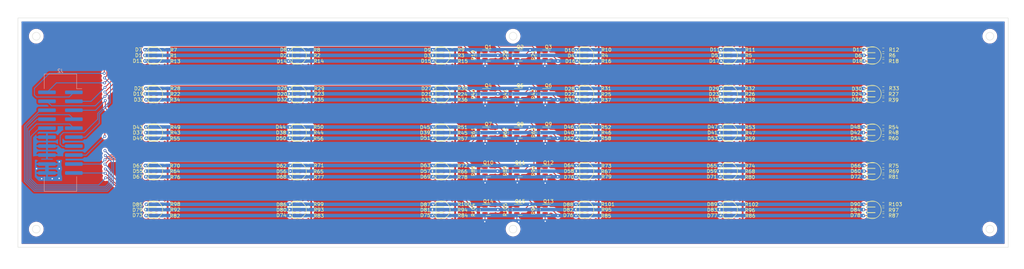
<source format=kicad_pcb>
(kicad_pcb (version 20221018) (generator pcbnew)
  (layers (0 "F.Cu" signal) (31 "B.Cu" signal) (34 "B.Paste" user) (35 "F.Paste" user) (36 "B.SilkS" user "B.Silkscreen") (37 "F.SilkS" user "F.Silkscreen") (38 "B.Mask" user) (39 "F.Mask" user) (44 "Edge.Cuts" user))
  (net 0 "")
  (net 1 "Net-(D1-K)")
  (net 2 "Net-(D1-A)")
  (net 3 "Net-(D2-A)")
  (net 4 "Net-(D3-A)")
  (net 5 "Net-(D4-A)")
  (net 6 "Net-(D5-A)")
  (net 7 "Net-(D6-A)")
  (net 8 "Net-(D10-K)")
  (net 9 "Net-(D7-A)")
  (net 10 "Net-(D8-A)")
  (net 11 "Net-(D9-A)")
  (net 12 "Net-(D10-A)")
  (net 13 "Net-(D11-A)")
  (net 14 "Net-(D12-A)")
  (net 15 "Net-(D13-K)")
  (net 16 "Net-(D13-A)")
  (net 17 "Net-(D14-A)")
  (net 18 "Net-(D15-A)")
  (net 19 "Net-(D16-A)")
  (net 20 "Net-(D17-A)")
  (net 21 "Net-(D18-A)")
  (net 22 "Net-(D19-K)")
  (net 23 "Net-(D19-A)")
  (net 24 "Net-(D20-A)")
  (net 25 "Net-(D21-A)")
  (net 26 "Net-(D22-A)")
  (net 27 "Net-(D23-A)")
  (net 28 "Net-(D24-A)")
  (net 29 "Net-(D25-K)")
  (net 30 "Net-(D25-A)")
  (net 31 "Net-(D26-A)")
  (net 32 "Net-(D27-A)")
  (net 33 "Net-(D28-A)")
  (net 34 "Net-(D29-A)")
  (net 35 "Net-(D30-A)")
  (net 36 "Net-(D31-K)")
  (net 37 "Net-(D31-A)")
  (net 38 "Net-(D32-A)")
  (net 39 "Net-(D33-A)")
  (net 40 "Net-(D34-A)")
  (net 41 "Net-(D35-A)")
  (net 42 "Net-(D36-A)")
  (net 43 "Net-(D37-K)")
  (net 44 "Net-(D37-A)")
  (net 45 "Net-(D38-A)")
  (net 46 "Net-(D39-A)")
  (net 47 "Net-(D40-A)")
  (net 48 "Net-(D41-A)")
  (net 49 "Net-(D42-A)")
  (net 50 "Net-(D43-K)")
  (net 51 "Net-(D43-A)")
  (net 52 "Net-(D44-A)")
  (net 53 "Net-(D45-A)")
  (net 54 "Net-(D46-A)")
  (net 55 "Net-(D47-A)")
  (net 56 "Net-(D48-A)")
  (net 57 "Net-(D49-K)")
  (net 58 "Net-(D49-A)")
  (net 59 "Net-(D50-A)")
  (net 60 "Net-(D51-A)")
  (net 61 "Net-(D52-A)")
  (net 62 "Net-(D53-A)")
  (net 63 "Net-(D54-A)")
  (net 64 "Net-(D55-K)")
  (net 65 "Net-(D55-A)")
  (net 66 "Net-(D56-A)")
  (net 67 "Net-(D57-A)")
  (net 68 "Net-(D58-A)")
  (net 69 "Net-(D59-A)")
  (net 70 "Net-(D60-A)")
  (net 71 "Net-(D61-K)")
  (net 72 "Net-(D61-A)")
  (net 73 "Net-(D62-A)")
  (net 74 "Net-(D63-A)")
  (net 75 "Net-(D64-A)")
  (net 76 "Net-(D65-A)")
  (net 77 "Net-(D66-A)")
  (net 78 "Net-(D67-K)")
  (net 79 "Net-(D67-A)")
  (net 80 "Net-(D68-A)")
  (net 81 "Net-(D69-A)")
  (net 82 "Net-(D70-A)")
  (net 83 "Net-(D71-A)")
  (net 84 "Net-(D72-A)")
  (net 85 "Net-(D73-K)")
  (net 86 "Net-(D73-A)")
  (net 87 "Net-(D74-A)")
  (net 88 "Net-(D75-A)")
  (net 89 "Net-(D76-A)")
  (net 90 "Net-(D77-A)")
  (net 91 "Net-(D78-A)")
  (net 92 "Net-(D79-K)")
  (net 93 "Net-(D79-A)")
  (net 94 "Net-(D80-A)")
  (net 95 "Net-(D81-A)")
  (net 96 "Net-(D82-A)")
  (net 97 "Net-(D83-A)")
  (net 98 "Net-(D84-A)")
  (net 99 "Net-(D85-K)")
  (net 100 "Net-(D85-A)")
  (net 101 "Net-(D86-A)")
  (net 102 "Net-(D87-A)")
  (net 103 "Net-(D88-A)")
  (net 104 "Net-(D89-A)")
  (net 105 "Net-(D90-A)")
  (net 106 "GND")
  (net 107 "+5V")
  (net 108 "Net-(Q1-G)")
  (net 109 "Net-(Q2-G)")
  (net 110 "Net-(Q3-G)")
  (net 111 "Net-(Q4-G)")
  (net 112 "Net-(Q5-G)")
  (net 113 "Net-(Q6-G)")
  (net 114 "Net-(Q7-G)")
  (net 115 "Net-(Q8-G)")
  (net 116 "Net-(Q9-G)")
  (net 117 "Net-(Q10-G)")
  (net 118 "Net-(Q11-G)")
  (net 119 "Net-(Q12-G)")
  (net 120 "Net-(Q13-G)")
  (net 121 "Net-(Q14-G)")
  (net 122 "Net-(Q15-G)")
  (net 123 "B1")
  (net 124 "R1")
  (net 125 "W1")
  (net 126 "B2")
  (net 127 "R2")
  (net 128 "W2")
  (net 129 "B3")
  (net 130 "R3")
  (net 131 "W3")
  (net 132 "B4")
  (net 133 "R4")
  (net 134 "W4")
  (net 135 "W5")
  (net 136 "B5")
  (net 137 "R5")
  (footprint "Resistor_SMD:R_0603_1608Metric" (layer "F.Cu") (at 41.5 10.64)
    (fp_text reference "R1")
    (fp_text value "390")
  )
  (footprint "Resistor_SMD:R_0603_1608Metric" (layer "F.Cu") (at 82.1 52.76)
    (fp_text reference "R99")
    (fp_text value "150")
  )
  (footprint "Resistor_SMD:R_0603_1608Metric" (layer "F.Cu") (at 163.4 30.9)
    (fp_text reference "R52")
    (fp_text value "150")
  )
  (footprint "Resistor_SMD:R_0603_1608Metric" (layer "F.Cu") (at 244.7 32.5)
    (fp_text reference "R48")
    (fp_text value "390")
  )
  (footprint "LED_SMD:LED_0603_1608Metric" (layer "F.Cu") (at 119.68 9.04)
    (fp_text reference "D9")
    (fp_text value "RED")
  )
  (footprint "Resistor_SMD:R_0603_1608Metric" (layer "F.Cu") (at 82.2 23.17)
    (fp_text reference "R35")
    (fp_text value "100")
  )
  (footprint "Package_TO_SOT_SMD:SOT-23" (layer "F.Cu") (at 133 32.5)
    (fp_text reference "Q7")
    (fp_text value "2N7002")
  )
  (footprint "Resistor_SMD:R_0603_1608Metric" (layer "F.Cu") (at 163.4 54.36)
    (fp_text reference "R95")
    (fp_text value "390")
  )
  (footprint "LED_SMD:LED_0603_1608Metric" (layer "F.Cu") (at 160.32 55.96)
    (fp_text reference "D76")
    (fp_text value "WHITE")
  )
  (footprint "LED_SMD:LED_0603_1608Metric" (layer "F.Cu") (at 79.04 54.36)
    (fp_text reference "D80")
    (fp_text value "BLUE")
  )
  (footprint "LED_SMD:LED_0603_1608Metric" (layer "F.Cu") (at 38.4 12.24)
    (fp_text reference "D13")
    (fp_text value "WHITE")
  )
  (footprint "Package_TO_SOT_SMD:SOT-23" (layer "F.Cu") (at 150 21.57)
    (fp_text reference "Q6")
    (fp_text value "2N7002")
  )
  (footprint "Package_TO_SOT_SMD:SOT-23" (layer "F.Cu") (at 150 32.5)
    (fp_text reference "Q9")
    (fp_text value "2N7002")
  )
  (footprint "LED_SMD:LED_0603_1608Metric" (layer "F.Cu") (at 241.6 52.76)
    (fp_text reference "D90")
    (fp_text value "RED")
  )
  (footprint "LED_SMD:LED_0603_1608Metric" (layer "F.Cu") (at 119.68 54.36)
    (fp_text reference "D81")
    (fp_text value "BLUE")
  )
  (footprint "Resistor_SMD:R_0603_1608Metric" (layer "F.Cu") (at 82.1 43.43)
    (fp_text reference "R65")
    (fp_text value "390")
  )
  (footprint "LED_SMD:LED_0603_1608Metric" (layer "F.Cu") (at 38.4 43.43)
    (fp_text reference "D55")
    (fp_text value "BLUE")
  )
  (footprint "Resistor_SMD:R_0603_1608Metric" (layer "F.Cu") (at 41.5 21.57)
    (fp_text reference "R22")
    (fp_text value "390")
  )
  (footprint "Resistor_SMD:R_0603_1608Metric" (layer "F.Cu") (at 41.5 43.43)
    (fp_text reference "R64")
    (fp_text value "390")
  )
  (footprint "Resistor_SMD:R_0603_1608Metric" (layer "F.Cu") (at 139.2 32.5 90)
    (fp_text reference "R62")
    (fp_text value "100")
  )
  (footprint "Resistor_SMD:R_0603_1608Metric" (layer "F.Cu") (at 147.2 32.5 90)
    (fp_text reference "R63")
    (fp_text value "100")
  )
  (footprint "LED_SMD:LED_0603_1608Metric" (layer "F.Cu") (at 79.04 52.76)
    (fp_text reference "D86")
    (fp_text value "RED")
  )
  (footprint "LED_SMD:LED_0603_1608Metric" (layer "F.Cu") (at 79.04 43.43)
    (fp_text reference "D56")
    (fp_text value "BLUE")
  )
  (footprint "Package_TO_SOT_SMD:SOT-23" (layer "F.Cu") (at 142 32.5)
    (fp_text reference "Q8")
    (fp_text value "2N7002")
  )
  (footprint "Resistor_SMD:R_0603_1608Metric" (layer "F.Cu") (at 147.2 21.6 90)
    (fp_text reference "R42")
    (fp_text value "100")
  )
  (footprint "Resistor_SMD:R_0603_1608Metric" (layer "F.Cu") (at 41.5 41.83)
    (fp_text reference "R70")
    (fp_text value "150")
  )
  (footprint "LED_SMD:LED_0603_1608Metric" (layer "F.Cu") (at 119.68 43.43)
    (fp_text reference "D57")
    (fp_text value "BLUE")
  )
  (footprint "Resistor_SMD:R_0603_1608Metric" (layer "F.Cu") (at 204.1 52.76)
    (fp_text reference "R102")
    (fp_text value "150")
  )
  (footprint "Resistor_SMD:R_0603_1608Metric" (layer "F.Cu") (at 41.5 23.17)
    (fp_text reference "R34")
    (fp_text value "100")
  )
  (footprint "Resistor_SMD:R_0603_1608Metric" (layer "F.Cu") (at 122.8 9.04)
    (fp_text reference "R9")
    (fp_text value "150")
  )
  (footprint "LED_SMD:LED_0603_1608Metric" (layer "F.Cu") (at 200.96 34.1)
    (fp_text reference "D53")
    (fp_text value "WHITE")
  )
  (footprint "Resistor_SMD:R_0603_1608Metric" (layer "F.Cu") (at 82.2 19.97)
    (fp_text reference "R29")
    (fp_text value "150")
  )
  (footprint "LED_SMD:LED_0603_1608Metric" (layer "F.Cu") (at 241.6 54.36)
    (fp_text reference "D84")
    (fp_text value "BLUE")
  )
  (footprint "Resistor_SMD:R_0603_1608Metric" (layer "F.Cu") (at 82.1 55.96)
    (fp_text reference "R83")
    (fp_text value "100")
  )
  (footprint "Resistor_SMD:R_0603_1608Metric" (layer "F.Cu") (at 204.1 45.03)
    (fp_text reference "R80")
    (fp_text value "100")
  )
  (footprint "Resistor_SMD:R_0603_1608Metric" (layer "F.Cu") (at 122.8 41.83)
    (fp_text reference "R72")
    (fp_text value "150")
  )
  (footprint "LED_SMD:LED_0603_1608Metric" (layer "F.Cu") (at 79.04 10.64)
    (fp_text reference "D2")
    (fp_text value "BLUE")
  )
  (footprint "Resistor_SMD:R_0603_1608Metric" (layer "F.Cu") (at 139.2 43.4 90)
    (fp_text reference "R89")
    (fp_text value "100")
  )
  (footprint "LED_SMD:LED_0603_1608Metric" (layer "F.Cu") (at 160.32 45.03)
    (fp_text reference "D70")
    (fp_text value "WHITE")
  )
  (footprint "LED_SMD:LED_0603_1608Metric" (layer "F.Cu") (at 119.68 52.76)
    (fp_text reference "D87")
    (fp_text value "RED")
  )
  (footprint "Resistor_SMD:R_0603_1608Metric" (layer "F.Cu") (at 41.5 52.76)
    (fp_text reference "R98")
    (fp_text value "150")
  )
  (footprint "Resistor_SMD:R_0603_1608Metric" (layer "F.Cu") (at 130.2 10.575 90)
    (fp_text reference "R19")
    (fp_text value "100")
  )
  (footprint "Resistor_SMD:R_0603_1608Metric" (layer "F.Cu") (at 82.1 30.9)
    (fp_text reference "R50")
    (fp_text value "150")
  )
  (footprint "Resistor_SMD:R_0603_1608Metric" (layer "F.Cu") (at 204.1 41.83)
    (fp_text reference "R74")
    (fp_text value "150")
  )
  (footprint "Resistor_SMD:R_0603_1608Metric" (layer "F.Cu") (at 244.7 52.76)
    (fp_text reference "R103")
    (fp_text value "150")
  )
  (footprint "LED_SMD:LED_0603_1608Metric" (layer "F.Cu") (at 241.6 34.1)
    (fp_text reference "D54")
    (fp_text value "WHITE")
  )
  (footprint "LED_SMD:LED_0603_1608Metric" (layer "F.Cu") (at 160.32 34.1)
    (fp_text reference "D52")
    (fp_text value "WHITE")
  )
  (footprint "Resistor_SMD:R_0603_1608Metric" (layer "F.Cu") (at 204.1 43.43)
    (fp_text reference "R68")
    (fp_text value "390")
  )
  (footprint "Resistor_SMD:R_0603_1608Metric" (layer "F.Cu") (at 244.7 23.17)
    (fp_text reference "R39")
    (fp_text value "100")
  )
  (footprint "Resistor_SMD:R_0603_1608Metric" (layer "F.Cu") (at 82.1 9.04)
    (fp_text reference "R8")
    (fp_text value "150")
  )
  (footprint "LED_SMD:LED_0603_1608Metric" (layer "F.Cu") (at 38.4 32.5)
    (fp_text reference "D37")
    (fp_text value "BLUE")
  )
  (footprint "Resistor_SMD:R_0603_1608Metric" (layer "F.Cu") (at 163.4 10.64)
    (fp_text reference "R4")
    (fp_text value "390")
  )
  (footprint "LED_SMD:LED_0603_1608Metric" (layer "F.Cu") (at 38.4 34.1)
    (fp_text reference "D49")
    (fp_text value "WHITE")
  )
  (footprint "LED_SMD:LED_0603_1608Metric" (layer "F.Cu") (at 119.68 23.17)
    (fp_text reference "D33")
    (fp_text value "WHITE")
  )
  (footprint "LED_SMD:LED_0603_1608Metric" (layer "F.Cu") (at 119.68 30.9)
    (fp_text reference "D45")
    (fp_text value "RED")
  )
  (footprint "LED_SMD:LED_0603_1608Metric" (layer "F.Cu") (at 38.4 54.36)
    (fp_text reference "D79")
    (fp_text value "BLUE")
  )
  (footprint "LED_SMD:LED_0603_1608Metric" (layer "F.Cu") (at 160.32 21.57)
    (fp_text reference "D22")
    (fp_text value "BLUE")
  )
  (footprint "Package_TO_SOT_SMD:SOT-23" (layer "F.Cu") (at 150 10.64)
    (fp_text reference "Q3")
    (fp_text value "2N7002")
  )
  (footprint "Resistor_SMD:R_0603_1608Metric" (layer "F.Cu") (at 244.7 41.83)
    (fp_text reference "R75")
    (fp_text value "150")
  )
  (footprint "Resistor_SMD:R_0603_1608Metric" (layer "F.Cu") (at 163.4 21.57)
    (fp_text reference "R25")
    (fp_text value "390")
  )
  (footprint "Resistor_SMD:R_0603_1608Metric" (layer "F.Cu") (at 122.8 10.64)
    (fp_text reference "R3")
    (fp_text value "390")
  )
  (footprint "Package_TO_SOT_SMD:SOT-23" (layer "F.Cu") (at 142 21.57)
    (fp_text reference "Q5")
    (fp_text value "2N7002")
  )
  (footprint "Resistor_SMD:R_0603_1608Metric" (layer "F.Cu") (at 244.7 9.04)
    (fp_text reference "R12")
    (fp_text value "150")
  )
  (footprint "LED_SMD:LED_0603_1608Metric" (layer "F.Cu") (at 200.96 10.64)
    (fp_text reference "D5")
    (fp_text value "BLUE")
  )
  (footprint "Package_TO_SOT_SMD:SOT-23" (layer "F.Cu") (at 133 54.36)
    (fp_text reference "Q14")
    (fp_text value "2N7002")
  )
  (footprint "LED_SMD:LED_0603_1608Metric" (layer "F.Cu") (at 160.32 10.64)
    (fp_text reference "D4")
    (fp_text value "BLUE")
  )
  (footprint "Resistor_SMD:R_0603_1608Metric" (layer "F.Cu") (at 163.4 41.83)
    (fp_text reference "R73")
    (fp_text value "150")
  )
  (footprint "Resistor_SMD:R_0603_1608Metric" (layer "F.Cu") (at 130.2 21.6 90)
    (fp_text reference "R40")
    (fp_text value "100")
  )
  (footprint "Resistor_SMD:R_0603_1608Metric" (layer "F.Cu") (at 204.1 9.04)
    (fp_text reference "R11")
    (fp_text value "150")
  )
  (footprint "LED_SMD:LED_0603_1608Metric" (layer "F.Cu") (at 119.68 45.03)
    (fp_text reference "D69")
    (fp_text value "WHITE")
  )
  (footprint "LED_SMD:LED_0603_1608Metric" (layer "F.Cu") (at 160.32 52.76)
    (fp_text reference "D88")
    (fp_text value "RED")
  )
  (footprint "LED_SMD:LED_0603_1608Metric" (layer "F.Cu") (at 160.32 54.36)
    (fp_text reference "D82")
    (fp_text value "BLUE")
  )
  (footprint "LED_SMD:LED_0603_1608Metric" (layer "F.Cu") (at 119.68 21.57)
    (fp_text reference "D21")
    (fp_text value "BLUE")
  )
  (footprint "Resistor_SMD:R_0603_1608Metric" (layer "F.Cu") (at 82.1 12.24)
    (fp_text reference "R14")
    (fp_text value "100")
  )
  (footprint "Resistor_SMD:R_0603_1608Metric" (layer "F.Cu") (at 204.1 23.17)
    (fp_text reference "R38")
    (fp_text value "100")
  )
  (footprint "LED_SMD:LED_0603_1608Metric" (layer "F.Cu") (at 119.68 10.64)
    (fp_text reference "D3")
    (fp_text value "BLUE")
  )
  (footprint "Resistor_SMD:R_0603_1608Metric" (layer "F.Cu") (at 122.8 45.03)
    (fp_text reference "R78")
    (fp_text value "100")
  )
  (footprint "LED_SMD:LED_0603_1608Metric" (layer "F.Cu") (at 200.96 55.96)
    (fp_text reference "D77")
    (fp_text value "WHITE")
  )
  (footprint "LED_SMD:LED_0603_1608Metric" (layer "F.Cu") (at 160.32 9.04)
    (fp_text reference "D10")
    (fp_text value "RED")
  )
  (footprint "LED_SMD:LED_0603_1608Metric" (layer "F.Cu") (at 38.4 10.64)
    (fp_text reference "D1")
    (fp_text value "BLUE")
  )
  (footprint "Resistor_SMD:R_0603_1608Metric" (layer "F.Cu") (at 204.1 30.9)
    (fp_text reference "R53")
    (fp_text value "150")
  )
  (footprint "Package_TO_SOT_SMD:SOT-23" (layer "F.Cu") (at 133 10.64)
    (fp_text reference "Q1")
    (fp_text value "2N7002")
  )
  (footprint "LED_SMD:LED_0603_1608Metric" (layer "F.Cu") (at 38.4 23.17)
    (fp_text reference "D31")
    (fp_text value "WHITE")
  )
  (footprint "LED_SMD:LED_0603_1608Metric" (layer "F.Cu") (at 79.04 23.17)
    (fp_text reference "D32")
    (fp_text value "WHITE")
  )
  (footprint "Resistor_SMD:R_0603_1608Metric" (layer "F.Cu") (at 139.2 54.325 90)
    (fp_text reference "R105")
    (fp_text value "100")
  )
  (footprint "LED_SMD:LED_0603_1608Metric" (layer "F.Cu") (at 119.68 41.83)
    (fp_text reference "D63")
    (fp_text value "RED")
  )
  (footprint "LED_SMD:LED_0603_1608Metric" (layer "F.Cu") (at 38.4 30.9)
    (fp_text reference "D43")
    (fp_text value "RED")
  )
  (footprint "LED_SMD:LED_0603_1608Metric" (layer "F.Cu") (at 119.68 12.24)
    (fp_text reference "D15")
    (fp_text value "WHITE")
  )
  (footprint "Resistor_SMD:R_0603_1608Metric" (layer "F.Cu") (at 122.8 21.57)
    (fp_text reference "R24")
    (fp_text value "390")
  )
  (footprint "Resistor_SMD:R_0603_1608Metric" (layer "F.Cu") (at 204.1 54.36)
    (fp_text reference "R96")
    (fp_text value "390")
  )
  (footprint "LED_SMD:LED_0603_1608Metric" (layer "F.Cu") (at 241.6 30.9)
    (fp_text reference "D48")
    (fp_text value "RED")
  )
  (footprint "LED_SMD:LED_0603_1608Metric" (layer "F.Cu") (at 79.04 45.03)
    (fp_text reference "D68")
    (fp_text value "WHITE")
  )
  (footprint "Resistor_SMD:R_0603_1608Metric" (layer "F.Cu") (at 204.1 55.96)
    (fp_text reference "R86")
    (fp_text value "100")
  )
  (footprint "LED_SMD:LED_0603_1608Metric" (layer "F.Cu") (at 160.32 23.17)
    (fp_text reference "D34")
    (fp_text value "WHITE")
  )
  (footprint "LED_SMD:LED_0603_1608Metric" (layer "F.Cu") (at 200.96 41.83)
    (fp_text reference "D65")
    (fp_text value "RED")
  )
  (footprint "LED_SMD:LED_0603_1608Metric" (layer "F.Cu") (at 241.6 55.96)
    (fp_text reference "D78")
    (fp_text value "WHITE")
  )
  (footprint "Resistor_SMD:R_0603_1608Metric" (layer "F.Cu") (at 163.4 32.5)
    (fp_text reference "R46")
    (fp_text value "390")
  )
  (footprint "Resistor_SMD:R_0603_1608Metric" (layer "F.Cu") (at 122.8 55.96)
    (fp_text reference "R84")
    (fp_text value "100")
  )
  (footprint "Resistor_SMD:R_0603_1608Metric" (layer "F.Cu") (at 204.1 21.57)
    (fp_text reference "R26")
    (fp_text value "390")
  )
  (footprint "Resistor_SMD:R_0603_1608Metric" (layer "F.Cu") (at 122.8 54.36)
    (fp_text reference "R94")
    (fp_text value "390")
  )
  (footprint "Resistor_SMD:R_0603_1608Metric" (layer "F.Cu") (at 122.8 43.43)
    (fp_text reference "R66")
    (fp_text value "390")
  )
  (footprint "Resistor_SMD:R_0603_1608Metric" (layer "F.Cu") (at 82.1 10.64)
    (fp_text reference "R2")
    (fp_text value "390")
  )
  (footprint "LED_SMD:LED_0603_1608Metric" (layer "F.Cu") (at 241.6 10.64)
    (fp_text reference "D6")
    (fp_text value "BLUE")
  )
  (footprint "LED_SMD:LED_0603_1608Metric" (layer "F.Cu") (at 241.6 23.17)
    (fp_text reference "D36")
    (fp_text value "WHITE")
  )
  (footprint "LED_SMD:LED_0603_1608Metric" (layer "F.Cu") (at 160.32 41.83)
    (fp_text reference "D64")
    (fp_text value "RED")
  )
  (footprint "LED_SMD:LED_0603_1608Metric" (layer "F.Cu") (at 79.04 32.5)
    (fp_text reference "D38")
    (fp_text value "BLUE")
  )
  (footprint "LED_SMD:LED_0603_1608Metric" (layer "F.Cu") (at 241.6 19.97)
    (fp_text reference "D30")
    (fp_text value "RED")
  )
  (footprint "Resistor_SMD:R_0603_1608Metric" (layer "F.Cu") (at 130.2 32.5 90)
    (fp_text reference "R61")
    (fp_text value "100")
  )
  (footprint "Resistor_SMD:R_0603_1608Metric" (layer "F.Cu") (at 122.8 12.24)
    (fp_text reference "R15")
    (fp_text value "100")
  )
  (footprint "Resistor_SMD:R_0603_1608Metric" (layer "F.Cu") (at 163.375 23.17)
    (fp_text reference "R37")
    (fp_text value "100")
  )
  (footprint "LED_SMD:LED_0603_1608Metric" (layer "F.Cu") (at 38.4 9.04)
    (fp_text reference "D7")
    (fp_text value "RED")
  )
  (footprint "Package_TO_SOT_SMD:SOT-23" (layer "F.Cu") (at 133 21.57)
    (fp_text reference "Q4")
    (fp_text value "2N7002")
  )
  (footprint "Resistor_SMD:R_0603_1608Metric" (layer "F.Cu") (at 163.4 52.76)
    (fp_text reference "R101")
    (fp_text value "150")
  )
  (footprint "Resistor_SMD:R_0603_1608Metric" (layer "F.Cu") (at 244.7 55.96)
    (fp_text reference "R87")
    (fp_text value "100")
  )
  (footprint "LED_SMD:LED_0603_1608Metric" (layer "F.Cu") (at 79.04 55.96)
    (fp_text reference "D74")
    (fp_text value "WHITE")
  )
  (footprint "LED_SMD:LED_0603_1608Metric" (layer "F.Cu") (at 160.32 43.43)
    (fp_text reference "D58")
    (fp_text value "BLUE")
  )
  (footprint "LED_SMD:LED_0603_1608Metric" (layer "F.Cu") (at 200.96 12.24)
    (fp_text reference "D17")
    (fp_text value "WHITE")
  )
  (footprint "Resistor_SMD:R_0603_1608Metric" (layer "F.Cu") (at 204.1 10.64)
    (fp_text reference "R5")
    (fp_text value "390")
  )
  (footprint "Resistor_SMD:R_0603_1608Metric" (layer "F.Cu") (at 147.2 54.3 90)
    (fp_text reference "R91")
    (fp_text value "100")
  )
  (footprint "Resistor_SMD:R_0603_1608Metric" (layer "F.Cu") (at 122.8 19.97)
    (fp_text reference "R30")
    (fp_text value "150")
  )
  (footprint "Resistor_SMD:R_0603_1608Metric" (layer "F.Cu") (at 82.1 41.83)
    (fp_text reference "R71")
    (fp_text value "150")
  )
  (footprint "LED_SMD:LED_0603_1608Metric" (layer "F.Cu") (at 241.6 12.24)
    (fp_text reference "D18")
    (fp_text value "WHITE")
  )
  (footprint "Resistor_SMD:R_0603_1608Metric" (layer "F.Cu") (at 41.5 19.97)
    (fp_text reference "R28")
    (fp_text value "150")
  )
  (footprint "LED_SMD:LED_0603_1608Metric" (layer "F.Cu") (at 241.6 21.57)
    (fp_text reference "D24")
    (fp_text value "BLUE")
  )
  (footprint "LED_SMD:LED_0603_1608Metric" (layer "F.Cu") (at 79.04 30.9)
    (fp_text reference "D44")
    (fp_text value "RED")
  )
  (footprint "Resistor_SMD:R_0603_1608Metric" (layer "F.Cu") (at 163.4 34.1)
    (fp_text reference "R58")
    (fp_text value "100")
  )
  (footprint "LED_SMD:LED_0603_1608Metric" (layer "F.Cu") (at 38.4 21.57)
    (fp_text reference "D19")
    (fp_text value "BLUE")
  )
  (footprint "Package_TO_SOT_SMD:SOT-23" (layer "F.Cu") (at 150 43.43)
    (fp_text reference "Q12")
    (fp_text value "2N7002")
  )
  (footprint "Resistor_SMD:R_0603_1608Metric" (layer "F.Cu") (at 41.5 45.03)
    (fp_text reference "R76")
    (fp_text value "100")
  )
  (footprint "Resistor_SMD:R_0603_1608Metric" (layer "F.Cu") (at 130.2 43.425 90)
    (fp_text reference "R88")
    (fp_text value "100")
  )
  (footprint "LED_SMD:LED_0603_1608Metric" (layer "F.Cu") (at 119.68 34.1)
    (fp_text reference "D51")
    (fp_text value "WHITE")
  )
  (footprint "Resistor_SMD:R_0603_1608Metric" (layer "F.Cu") (at 122.8 32.5)
    (fp_text reference "R45")
    (fp_text value "390")
  )
  (footprint "Resistor_SMD:R_0603_1608Metric" (layer "F.Cu") (at 122.8 34.1)
    (fp_text reference "R57")
    (fp_text value "100")
  )
  (footprint "Resistor_SMD:R_0603_1608Metric" (layer "F.Cu") (at 130.2 54.4 90)
    (fp_text reference "R104")
    (fp_text value "100")
  )
  (footprint "Resistor_SMD:R_0603_1608Metric" (layer "F.Cu") (at 122.8 30.9)
    (fp_text reference "R51")
    (fp_text value "150")
  )
  (footprint "LED_SMD:LED_0603_1608Metric" (layer "F.Cu") (at 38.4 45.03)
    (fp_text reference "D67")
    (fp_text value "WHITE")
  )
  (footprint "LED_SMD:LED_0603_1608Metric" (layer "F.Cu") (at 79.04 19.97)
    (fp_text reference "D26")
    (fp_text value "RED")
  )
  (footprint "LED_SMD:LED_0603_1608Metric" (layer "F.Cu") (at 241.6 43.43)
    (fp_text reference "D60")
    (fp_text value "BLUE")
  )
  (footprint "LED_SMD:LED_0603_1608Metric" (layer "F.Cu") (at 200.96 32.5)
    (fp_text reference "D41")
    (fp_text value "BLUE")
  )
  (footprint "Resistor_SMD:R_0603_1608Metric" (layer "F.Cu") (at 41.5 55.96)
    (fp_text reference "R82")
    (fp_text value "100")
  )
  (footprint "Resistor_SMD:R_0603_1608Metric" (layer "F.Cu") (at 244.7 12.24)
    (fp_text reference "R18")
    (fp_text value "100")
  )
  (footprint "LED_SMD:LED_0603_1608Metric" (layer "F.Cu") (at 200.96 30.9)
    (fp_text reference "D47")
    (fp_text value "RED")
  )
  (footprint "Resistor_SMD:R_0603_1608Metric" (layer "F.Cu") (at 82.1 45.03)
    (fp_text reference "R77")
    (fp_text value "100")
  )
  (footprint "Resistor_SMD:R_0603_1608Metric" (layer "F.Cu") (at 204.1 32.5)
    (fp_text reference "R47")
    (fp_text value "390")
  )
  (footprint "Resistor_SMD:R_0603_1608Metric" (layer "F.Cu") (at 41.5 32.5)
    (fp_text reference "R43")
    (fp_text value "390")
  )
  (footprint "LED_SMD:LED_0603_1608Metric" (layer "F.Cu") (at 200.96 9.04)
    (fp_text reference "D11")
    (fp_text value "RED")
  )
  (footprint "LED_SMD:LED_0603_1608Metric" (layer "F.Cu") (at 38.4 41.83)
    (fp_text reference "D61")
    (fp_text value "RED")
  )
  (footprint "LED_SMD:LED_0603_1608Metric" (layer "F.Cu") (at 200.96 21.57)
    (fp_text reference "D23")
    (fp_text value "BLUE")
  )
  (footprint "LED_SMD:LED_0603_1608Metric" (layer "F.Cu") (at 160.32 12.24)
    (fp_text reference "D16")
    (fp_text value "WHITE")
  )
  (footprint "Resistor_SMD:R_0603_1608Metric" (layer "F.Cu") (at 122.8 52.76)
    (fp_text reference "R100")
    (fp_text value "150")
  )
  (footprint "Resistor_SMD:R_0603_1608Metric" (layer "F.Cu") (at 139.2 21.6 90)
    (fp_text reference "R41")
    (fp_text value "100")
  )
  (footprint "LED_SMD:LED_0603_1608Metric" (layer "F.Cu") (at 38.4 55.96)
    (fp_text reference "D73")
    (fp_text value "WHITE")
  )
  (footprint "LED_SMD:LED_0603_1608Metric" (layer "F.Cu") (at 200.96 45.03)
    (fp_text reference "D71")
    (fp_text value "WHITE")
  )
  (footprint "LED_SMD:LED_0603_1608Metric" (layer "F.Cu") (at 119.68 19.97)
    (fp_text reference "D27")
    (fp_text value "RED")
  )
  (footprint "LED_SMD:LED_0603_1608Metric" (layer "F.Cu") (at 79.04 21.57)
    (fp_text reference "D20")
    (fp_text value "BLUE")
  )
  (footprint "LED_SMD:LED_0603_1608Metric" (layer "F.Cu") (at 200.96 19.97)
    (fp_text reference "D29")
    (fp_text value "RED")
  )
  (footprint "Resistor_SMD:R_0603_1608Metric" (layer "F.Cu") (at 204.1 19.97)
    (fp_text reference "R32")
    (fp_text value "150")
  )
  (footprint "Resistor_SMD:R_0603_1608Metric" (layer "F.Cu") (at 244.7 10.64)
    (fp_text reference "R6")
    (fp_text value "390")
  )
  (footprint "LED_SMD:LED_0603_1608Metric" (layer "F.Cu") (at 200.96 54.36)
    (fp_text reference "D83")
    (fp_text value "BLUE")
  )
  (footprint "Package_TO_SOT_SMD:SOT-23" (layer "F.Cu") (at 142 43.43)
    (fp_text reference "Q11")
    (fp_text value "2N7002")
  )
  (footprint "Resistor_SMD:R_0603_1608Metric" (layer "F.Cu") (at 163.4 12.24)
    (fp_text reference "R16")
    (fp_text value "100")
  )
  (footprint "Resistor_SMD:R_0603_1608Metric" (layer "F.Cu") (at 244.7 34.1)
    (fp_text reference "R60")
    (fp_text value "100")
  )
  (footprint "LED_SMD:LED_0603_1608Metric" (layer "F.Cu") (at 241.6 9.04)
    (fp_text reference "D12")
    (fp_text value "RED")
  )
  (footprint "Resistor_SMD:R_0603_1608Metric" (layer "F.Cu") (at 82.2 21.57)
    (fp_text reference "R23")
    (fp_text value "390")
  )
  (footprint "Resistor_SMD:R_0603_1608Metric" (layer "F.Cu") (at 139.2 10.6 90)
    (fp_text reference "R20")
    (fp_text value "100")
  )
  (footprint "LED_SMD:LED_0603_1608Metric" (layer "F.Cu") (at 79.04 34.1)
    (fp_text reference "D50")
    (fp_text value "WHITE")
  )
  (footprint "LED_SMD:LED_0603_1608Metric" (layer "F.Cu") (at 119.68 55.96)
    (fp_text reference "D75")
    (fp_text value "WHITE")
  )
  (footprint "Package_TO_SOT_SMD:SOT-23" (layer "F.Cu") (at 142 54.36)
    (fp_text reference "Q15")
    (fp_text value "2N7002")
  )
  (footprint "Resistor_SMD:R_0603_1608Metric" (layer "F.Cu") (at 204.1 12.24)
    (fp_text reference "R17")
    (fp_text value "100")
  )
  (footprint "Resistor_SMD:R_0603_1608Metric" (layer "F.Cu") (at 41.5 30.9)
    (fp_text reference "R49")
    (fp_text value "150")
  )
  (footprint "LED_SMD:LED_0603_1608Metric" (layer "F.Cu") (at 241.6 45.03)
    (fp_text reference "D72")
    (fp_text value "WHITE")
  )
  (footprint "Package_TO_SOT_SMD:SOT-23" (layer "F.Cu") (at 133 43.43)
    (fp_text reference "Q10")
    (fp_text value "2N7002")
  )
  (footprint "Resistor_SMD:R_0603_1608Metric" (layer "F.Cu") (at 41.5 34.1)
    (fp_text reference "R55")
    (fp_text value "100")
  )
  (footprint "Resistor_SMD:R_0603_1608Metric" (layer "F.Cu") (at 163.4 45.03)
    (fp_text reference "R79")
    (fp_text value "100")
  )
  (footprint "LED_SMD:LED_0603_1608Metric" (layer "F.Cu") (at 160.32 32.5)
    (fp_text reference "D40")
    (fp_text value "BLUE")
  )
  (footprint "Resistor_SMD:R_0603_1608Metric" (layer "F.Cu") (at 163.4 55.96)
    (fp_text reference "R85")
    (fp_text value "100")
  )
  (footprint "Resistor_SMD:R_0603_1608Metric" (layer "F.Cu") (at 244.7 30.9)
    (fp_text reference "R54")
    (fp_text value "150")
  )
  (footprint "LED_SMD:LED_0603_1608Metric" (layer "F.Cu") (at 160.32 30.9)
    (fp_text reference "D46")
    (fp_text value "RED")
  )
  (footprint "Resistor_SMD:R_0603_1608Metric" (layer "F.Cu") (at 244.7 19.97)
    (fp_text reference "R33")
    (fp_text value "150")
  )
  (footprint "Resistor_SMD:R_0603_1608Metric" (layer "F.Cu") (at 82.1 54.36)
    (fp_text reference "R93")
    (fp_text value "390")
  )
  (footprint "Resistor_SMD:R_0603_1608Metric" (layer "F.Cu") (at 41.5 54.36)
    (fp_text reference "R92")
    (fp_text value "390")
  )
  (footprint "LED_SMD:LED_0603_1608Metric" (layer "F.Cu") (at 79.04 12.24)
    (fp_text reference "D14")
    (fp_text value "WHITE")
  )
  (footprint "Resistor_SMD:R_0603_1608Metric" (layer "F.Cu") (at 41.5 12.24)
    (fp_text reference "R13")
    (fp_text value "100")
  )
  (footprint "LED_SMD:LED_0603_1608Metric" (layer "F.Cu") (at 38.4 19.97)
    (fp_text reference "D25")
    (fp_text value "RED")
  )
  (footprint "Resistor_SMD:R_0603_1608Metric" (layer "F.Cu") (at 122.8 23.17)
    (fp_text reference "R36")
    (fp_text value "100")
  )
  (footprint "Resistor_SMD:R_0603_1608Metric" (layer "F.Cu") (at 163.4 43.43)
    (fp_text reference "R67")
    (fp_text value "390")
  )
  (footprint "LED_SMD:LED_0603_1608Metric" (layer "F.Cu") (at 200.96 43.43)
    (fp_text reference "D59")
    (fp_text value "BLUE")
  )
  (footprint "LED_SMD:LED_0603_1608Metric" (layer "F.Cu") (at 79.04 41.83)
    (fp_text reference "D62")
    (fp_text value "RED")
  )
  (footprint "Resistor_SMD:R_0603_1608Metric" (layer "F.Cu") (at 163.4 19.97)
    (fp_text reference "R31")
    (fp_text value "150")
  )
  (footprint "LED_SMD:LED_0603_1608Metric" (layer "F.Cu") (at 241.6 32.5)
    (fp_text reference "D42")
    (fp_text value "BLUE")
  )
  (footprint "LED_SMD:LED_0603_1608Metric" (layer "F.Cu") (at 160.32 19.97)
    (fp_text reference "D28")
    (fp_text value "RED")
  )
  (footprint "Resistor_SMD:R_0603_1608Metric" (layer "F.Cu") (at 82.1 34.1)
    (fp_text reference "R56")
    (fp_text value "100")
  )
  (footprint "LED_SMD:LED_0603_1608Metric" (layer "F.Cu") (at 200.96 23.17)
    (fp_text reference "D35")
    (fp_text value "WHITE")
  )
  (footprint "LED_SMD:LED_0603_1608Metric" (layer "F.Cu") (at 119.68 32.5)
    (fp_text reference "D39")
    (fp_text value "BLUE")
  )
  (footprint "LED_SMD:LED_0603_1608Metric" (layer "F.Cu") (at 200.96 52.76)
    (fp_text reference "D89")
    (fp_text value "RED")
  )
  (footprint "Resistor_SMD:R_0603_1608Metric" (layer "F.Cu") (at 244.7 43.43)
    (fp_text reference "R69")
    (fp_text value "390")
  )
  (footprint "Resistor_SMD:R_0603_1608Metric" (layer "F.Cu") (at 244.7 54.36)
    (fp_text reference "R97")
    (fp_text value "390")
  )
  (footprint "Resistor_SMD:R_0603_1608Metric" (layer "F.Cu") (at 163.4 9.04)
    (fp_text reference "R10")
    (fp_text value "150")
  )
  (footprint "Package_TO_SOT_SMD:SOT-23" (layer "F.Cu") (at 150 54.36)
    (fp_text reference "Q13")
    (fp_text value "2N7002")
  )
  (footprint "Resistor_SMD:R_0603_1608Metric" (layer "F.Cu") (at 147.2 10.6 90)
    (fp_text reference "R21")
    (fp_text value "100")
  )
  (footprint "Resistor_SMD:R_0603_1608Metric" (layer "F.Cu") (at 147.2 43.4 90)
    (fp_text reference "R90")
    (fp_text value "100")
  )
  (footprint "Package_TO_SOT_SMD:SOT-23" (layer "F.Cu") (at 142 10.64)
    (fp_text reference "Q2")
    (fp_text value "2N7002")
  )
  (footprint "Resistor_SMD:R_0603_1608Metric" (layer "F.Cu") (at 244.7 21.57)
    (fp_text reference "R27")
    (fp_text value "390")
  )
  (footprint "Resistor_SMD:R_0603_1608Metric" (layer "F.Cu") (at 204.1 34.1)
    (fp_text reference "R59")
    (fp_text value "100")
  )
  (footprint "LED_SMD:LED_0603_1608Metric" (layer "F.Cu") (at 38.4 52.76)
    (fp_text reference "D85")
    (fp_text value "RED")
  )
  (footprint "Resistor_SMD:R_0603_1608Metric" (layer "F.Cu") (at 41.5 9.04)
    (fp_text reference "R7")
    (fp_text value "150")
  )
  (footprint "Resistor_SMD:R_0603_1608Metric" (layer "F.Cu") (at 82.1 32.5)
    (fp_text reference "R44")
    (fp_text value "390")
  )
  (footprint "LED_SMD:LED_0603_1608Metric" (layer "F.Cu") (at 241.6 41.83)
    (fp_text reference "D66")
    (fp_text value "RED")
  )
  (footprint "LED_SMD:LED_0603_1608Metric" (layer "F.Cu") (at 79.04 9.04)
    (fp_text reference "D8")
    (fp_text value "RED")
  )
  (footprint "Resistor_SMD:R_0603_1608Metric" (layer "F.Cu") (at 244.7 45.03)
    (fp_text reference "R81")
    (fp_text value "100")
  )
  (footprint "Connector_IDC:IDC-Header_2x10_P2.54mm_Vertical_SMD" (layer "B.Cu") (at 12 32.5 180)
    (fp_text reference "J2")
    (fp_text value "Conn_02x10_Odd_Even")
  )
  (gr_circle (center 160.32 21.57) (end 162.82 21.57) (stroke (width 0.15)) (fill none) (layer "F.SilkS"))
  (gr_circle (center 119.68 54.36) (end 122.18 54.36) (stroke (width 0.15)) (fill none) (layer "F.SilkS"))
  (gr_circle (center 38.4 54.36) (end 40.9 54.36) (stroke (width 0.15)) (fill none) (layer "F.SilkS"))
  (gr_circle (center 38.4 21.57) (end 40.9 21.57) (stroke (width 0.15)) (fill none) (layer "F.SilkS"))
  (gr_circle (center 79.04 54.36) (end 81.54 54.36) (stroke (width 0.15)) (fill none) (layer "F.SilkS"))
  (gr_circle (center 119.68 10.64) (end 122.18 10.64) (stroke (width 0.15)) (fill none) (layer "F.SilkS"))
  (gr_circle (center 200.96 32.5) (end 203.46 32.5) (stroke (width 0.15)) (fill none) (layer "F.SilkS"))
  (gr_circle (center 200.96 21.57) (end 203.46 21.57) (stroke (width 0.15)) (fill none) (layer "F.SilkS"))
  (gr_circle (center 119.68 21.57) (end 122.18 21.57) (stroke (width 0.15)) (fill none) (layer "F.SilkS"))
  (gr_circle (center 160.32 43.43) (end 162.82 43.43) (stroke (width 0.15)) (fill none) (layer "F.SilkS"))
  (gr_circle (center 119.68 32.5) (end 122.18 32.5) (stroke (width 0.15)) (fill none) (layer "F.SilkS"))
  (gr_circle (center 241.6 43.43) (end 244.1 43.43) (stroke (width 0.15)) (fill none) (layer "F.SilkS"))
  (gr_circle (center 200.96 10.64) (end 203.46 10.64) (stroke (width 0.15)) (fill none) (layer "F.SilkS"))
  (gr_circle (center 241.6 21.57) (end 244.1 21.57) (stroke (width 0.15)) (fill none) (layer "F.SilkS"))
  (gr_circle (center 241.6 32.5) (end 244.1 32.5) (stroke (width 0.15)) (fill none) (layer "F.SilkS"))
  (gr_circle (center 160.32 54.36) (end 162.82 54.36) (stroke (width 0.15)) (fill none) (layer "F.SilkS"))
  (gr_circle (center 79.04 10.64) (end 81.54 10.64) (stroke (width 0.15)) (fill none) (layer "F.SilkS"))
  (gr_circle (center 38.4 43.43) (end 40.9 43.43) (stroke (width 0.15)) (fill none) (layer "F.SilkS"))
  (gr_circle (center 241.6 54.36) (end 244.1 54.36) (stroke (width 0.15)) (fill none) (layer "F.SilkS"))
  (gr_circle (center 200.96 43.43) (end 203.46 43.43) (stroke (width 0.15)) (fill none) (layer "F.SilkS"))
  (gr_circle (center 200.96 54.36) (end 203.46 54.36) (stroke (width 0.15)) (fill none) (layer "F.SilkS"))
  (gr_circle (center 119.68 43.43) (end 122.18 43.43) (stroke (width 0.15)) (fill none) (layer "F.SilkS"))
  (gr_circle (center 38.4 10.64) (end 40.9 10.64) (stroke (width 0.15)) (fill none) (layer "F.SilkS"))
  (gr_circle (center 38.4 32.5) (end 40.9 32.5) (stroke (width 0.15)) (fill none) (layer "F.SilkS"))
  (gr_circle (center 160.32 10.64) (end 162.82 10.64) (stroke (width 0.15)) (fill none) (layer "F.SilkS"))
  (gr_circle (center 79.04 21.57) (end 81.54 21.57) (stroke (width 0.15)) (fill none) (layer "F.SilkS"))
  (gr_circle (center 160.32 32.5) (end 162.82 32.5) (stroke (width 0.15)) (fill none) (layer "F.SilkS"))
  (gr_circle (center 241.6 10.64) (end 244.1 10.64) (stroke (width 0.15)) (fill none) (layer "F.SilkS"))
  (gr_circle (center 79.04 43.43) (end 81.54 43.43) (stroke (width 0.15)) (fill none) (layer "F.SilkS"))
  (gr_circle (center 79.04 32.5) (end 81.54 32.5) (stroke (width 0.15)) (fill none) (layer "F.SilkS"))
  (gr_circle (center 140 5.175) (end 141.1 5.175) (stroke (width 0.1)) (fill none) (layer "Edge.Cuts"))
  (gr_rect (start 0 0) (end 280 65) (stroke (width 0.1)) (fill none) (layer "Edge.Cuts"))
  (gr_circle (center 5.175 5.175) (end 6.275 5.175) (stroke (width 0.1)) (fill none) (layer "Edge.Cuts"))
  (gr_circle (center 274.825 5.175) (end 275.925 5.175) (stroke (width 0.1)) (fill none) (layer "Edge.Cuts"))
  (gr_circle (center 5.175 59.825) (end 6.275 59.825) (stroke (width 0.1)) (fill none) (layer "Edge.Cuts"))
  (gr_circle (center 140 59.825) (end 141.1 59.825) (stroke (width 0.1)) (fill none) (layer "Edge.Cuts"))
  (gr_circle (center 274.825 59.825) (end 275.925 59.825) (stroke (width 0.1)) (fill none) (layer "Edge.Cuts"))
  (segment (start 159.5325 10.64) (end 157.84 10.64) (width 0.25) (layer "F.Cu") (net 1))
  (segment (start 118.8925 10.64) (end 117.34 10.64) (width 0.25) (layer "F.Cu") (net 1))
  (segment (start 157.84 10.64) (end 157.8 10.6) (width 0.25) (layer "F.Cu") (net 1))
  (segment (start 76.54 10.64) (end 76.5 10.6) (width 0.25) (layer "F.Cu") (net 1))
  (segment (start 35.94 10.64) (end 35.9 10.6) (width 0.25) (layer "F.Cu") (net 1))
  (segment (start 37.6125 10.64) (end 35.94 10.64) (width 0.25) (layer "F.Cu") (net 1))
  (segment (start 200.1725 10.64) (end 198.74 10.64) (width 0.25) (layer "F.Cu") (net 1))
  (segment (start 239.3 10.6) (end 240.7725 10.6) (width 0.25) (layer "F.Cu") (net 1))
  (segment (start 135.66 10.64) (end 135.7 10.6) (width 0.25) (layer "F.Cu") (net 1))
  (segment (start 78.2525 10.64) (end 76.54 10.64) (width 0.25) (layer "F.Cu") (net 1))
  (segment (start 240.7725 10.6) (end 240.8125 10.64) (width 0.25) (layer "F.Cu") (net 1))
  (segment (start 198.74 10.64) (end 198.7 10.6) (width 0.25) (layer "F.Cu") (net 1))
  (segment (start 133.9375 10.64) (end 135.66 10.64) (width 0.25) (layer "F.Cu") (net 1))
  (segment (start 117.34 10.64) (end 117.3 10.6) (width 0.25) (layer "F.Cu") (net 1))
  (via (at 35.9 10.6) (size 0.8) (drill 0.4) (layers "F.Cu" "B.Cu") (net 1))
  (via (at 135.7 10.6) (size 0.8) (drill 0.4) (layers "F.Cu" "B.Cu") (net 1))
  (via (at 117.3 10.6) (size 0.8) (drill 0.4) (layers "F.Cu" "B.Cu") (net 1))
  (via (at 198.7 10.6) (size 0.8) (drill 0.4) (layers "F.Cu" "B.Cu") (net 1))
  (via (at 76.5 10.6) (size 0.8) (drill 0.4) (layers "F.Cu" "B.Cu") (net 1))
  (via (at 239.3 10.6) (size 0.8) (drill 0.4) (layers "F.Cu" "B.Cu") (net 1))
  (via (at 157.8 10.6) (size 0.8) (drill 0.4) (layers "F.Cu" "B.Cu") (net 1))
  (segment (start 239.3 10.6) (end 157.8 10.6) (width 1) (layer "B.Cu") (net 1))
  (segment (start 76.5 10.6) (end 35.9 10.6) (width 1) (layer "B.Cu") (net 1))
  (segment (start 117.3 10.6) (end 76.5 10.6) (width 1) (layer "B.Cu") (net 1))
  (segment (start 117.3 10.6) (end 135.7 10.6) (width 1) (layer "B.Cu") (net 1))
  (segment (start 135.7 10.6) (end 157.8 10.6) (width 1) (layer "B.Cu") (net 1))
  (segment (start 39.1875 10.64) (end 40.675 10.64) (width 0.25) (layer "F.Cu") (net 2))
  (segment (start 81.275 10.64) (end 79.8275 10.64) (width 0.25) (layer "F.Cu") (net 3))
  (segment (start 120.4675 10.64) (end 121.975 10.64) (width 0.25) (layer "F.Cu") (net 4))
  (segment (start 161.1075 10.64) (end 162.575 10.64) (width 0.25) (layer "F.Cu") (net 5))
  (segment (start 201.7475 10.64) (end 203.275 10.64) (width 0.25) (layer "F.Cu") (net 6))
  (segment (start 242.3875 10.64) (end 243.875 10.64) (width 0.25) (layer "F.Cu") (net 7))
  (segment (start 143.26 10.64) (end 144.8 9.1) (width 0.25) (layer "F.Cu") (net 8))
  (segment (start 200.1725 9.04) (end 198.74 9.04) (width 0.25) (layer "F.Cu") (net 8))
  (segment (start 240.7725 9) (end 240.8125 9.04) (width 0.25) (layer "F.Cu") (net 8))
  (segment (start 142.9375 10.64) (end 143.26 10.64) (width 0.25) (layer "F.Cu") (net 8))
  (segment (start 35.9 9) (end 37.5725 9) (width 0.25) (layer "F.Cu") (net 8))
  (segment (start 198.74 9.04) (end 198.7 9) (width 0.25) (layer "F.Cu") (net 8))
  (segment (start 117.34 9.04) (end 117.3 9) (width 0.25) (layer "F.Cu") (net 8))
  (segment (start 239.3 9) (end 240.7725 9) (width 0.25) (layer "F.Cu") (net 8))
  (segment (start 157.94 9.04) (end 157.9 9) (width 0.25) (layer "F.Cu") (net 8))
  (segment (start 118.8925 9.04) (end 117.34 9.04) (width 0.25) (layer "F.Cu") (net 8))
  (segment (start 78.2525 9.04) (end 76.54 9.04) (width 0.25) (layer "F.Cu") (net 8))
  (segment (start 37.5725 9) (end 37.6125 9.04) (width 0.25) (layer "F.Cu") (net 8))
  (segment (start 76.54 9.04) (end 76.5 9) (width 0.25) (layer "F.Cu") (net 8))
  (segment (start 159.5325 9.04) (end 157.94 9.04) (width 0.25) (layer "F.Cu") (net 8))
  (via (at 35.9 9) (size 0.8) (drill 0.4) (layers "F.Cu" "B.Cu") (net 8))
  (via (at 117.3 9) (size 0.8) (drill 0.4) (layers "F.Cu" "B.Cu") (net 8))
  (via (at 157.9 9) (size 0.8) (drill 0.4) (layers "F.Cu" "B.Cu") (net 8))
  (via (at 239.3 9) (size 0.8) (drill 0.4) (layers "F.Cu" "B.Cu") (net 8))
  (via (at 144.8 9.1) (size 0.8) (drill 0.4) (layers "F.Cu" "B.Cu") (net 8))
  (via (at 198.7 9) (size 0.8) (drill 0.4) (layers "F.Cu" "B.Cu") (net 8))
  (via (at 76.5 9) (size 0.8) (drill 0.4) (layers "F.Cu" "B.Cu") (net 8))
  (segment (start 117.3 9) (end 144.7 9) (width 1) (layer "B.Cu") (net 8))
  (segment (start 144.7 9) (end 144.8 9.1) (width 1) (layer "B.Cu") (net 8))
  (segment (start 144.8 9.1) (end 144.9 9) (width 1) (layer "B.Cu") (net 8))
  (segment (start 144.9 9) (end 239.3 9) (width 1) (layer "B.Cu") (net 8))
  (segment (start 76.5 9) (end 117.3 9) (width 1) (layer "B.Cu") (net 8))
  (segment (start 35.9 9) (end 76.5 9) (width 1) (layer "B.Cu") (net 8))
  (segment (start 39.1875 9.04) (end 40.675 9.04) (width 0.25) (layer "F.Cu") (net 9))
  (segment (start 79.8275 9.04) (end 81.275 9.04) (width 0.25) (layer "F.Cu") (net 10))
  (segment (start 121.975 9.04) (end 120.4675 9.04) (width 0.25) (layer "F.Cu") (net 11))
  (segment (start 161.1075 9.04) (end 162.575 9.04) (width 0.25) (layer "F.Cu") (net 12))
  (segment (start 201.7475 9.04) (end 203.275 9.04) (width 0.25) (layer "F.Cu") (net 13))
  (segment (start 243.875 9.04) (end 242.3875 9.04) (width 0.25) (layer "F.Cu") (net 14))
  (segment (start 78.2525 12.24) (end 76.54 12.24) (width 0.25) (layer "F.Cu") (net 15))
  (segment (start 151.14 10.64) (end 152.7 12.2) (width 0.25) (layer "F.Cu") (net 15))
  (segment (start 35.9 12.2) (end 37.5725 12.2) (width 0.25) (layer "F.Cu") (net 15))
  (segment (start 200.1725 12.24) (end 198.84 12.24) (width 0.25) (layer "F.Cu") (net 15))
  (segment (start 37.5725 12.2) (end 37.6125 12.24) (width 0.25) (layer "F.Cu") (net 15))
  (segment (start 198.84 12.24) (end 198.8 12.2) (width 0.25) (layer "F.Cu") (net 15))
  (segment (start 117.34 12.24) (end 117.3 12.2) (width 0.25) (layer "F.Cu") (net 15))
  (segment (start 118.8925 12.24) (end 117.34 12.24) (width 0.25) (layer "F.Cu") (net 15))
  (segment (start 239.3 12.2) (end 239.34 12.24) (width 0.25) (layer "F.Cu") (net 15))
  (segment (start 158.04 12.24) (end 158 12.2) (width 0.25) (layer "F.Cu") (net 15))
  (segment (start 76.54 12.24) (end 76.5 12.2) (width 0.25) (layer "F.Cu") (net 15))
  (segment (start 150.9375 10.64) (end 151.14 10.64) (width 0.25) (layer "F.Cu") (net 15))
  (segment (start 239.34 12.24) (end 240.8125 12.24) (width 0.25) (layer "F.Cu") (net 15))
  (segment (start 159.5325 12.24) (end 158.04 12.24) (width 0.25) (layer "F.Cu") (net 15))
  (segment (start 239.3 12.2) (end 239.3 12.275) (width 0.25) (layer "F.Cu") (net 15))
  (via (at 35.9 12.2) (size 0.8) (drill 0.4) (layers "F.Cu" "B.Cu") (net 15))
  (via (at 76.5 12.2) (size 0.8) (drill 0.4) (layers "F.Cu" "B.Cu") (net 15))
  (via (at 198.8 12.2) (size 0.8) (drill 0.4) (layers "F.Cu" "B.Cu") (net 15))
  (via (at 117.3 12.2) (size 0.8) (drill 0.4) (layers "F.Cu" "B.Cu") (net 15))
  (via (at 239.3 12.2) (size 0.8) (drill 0.4) (layers "F.Cu" "B.Cu") (net 15))
  (via (at 152.7 12.2) (size 0.8) (drill 0.4) (layers "F.Cu" "B.Cu") (net 15))
  (via (at 158 12.2) (size 0.8) (drill 0.4) (layers "F.Cu" "B.Cu") (net 15))
  (segment (start 198.8 12.2) (end 239.3 12.2) (width 1) (layer "B.Cu") (net 15))
  (segment (start 76.5 12.2) (end 117.3 12.2) (width 1) (layer "B.Cu") (net 15))
  (segment (start 152.7 12.2) (end 158 12.2) (width 1) (layer "B.Cu") (net 15))
  (segment (start 158 12.2) (end 198.8 12.2) (width 1) (layer "B.Cu") (net 15))
  (segment (start 35.9 12.2) (end 76.5 12.2) (width 1) (layer "B.Cu") (net 15))
  (segment (start 117.3 12.2) (end 152.7 12.2) (width 1) (layer "B.Cu") (net 15))
  (segment (start 39.1875 12.24) (end 40.675 12.24) (width 0.25) (layer "F.Cu") (net 16))
  (segment (start 81.275 12.24) (end 79.8275 12.24) (width 0.25) (layer "F.Cu") (net 17))
  (segment (start 120.4675 12.24) (end 121.975 12.24) (width 0.25) (layer "F.Cu") (net 18))
  (segment (start 162.575 12.24) (end 161.1075 12.24) (width 0.25) (layer "F.Cu") (net 19))
  (segment (start 201.7475 12.24) (end 203.275 12.24) (width 0.25) (layer "F.Cu") (net 20))
  (segment (start 243.875 12.24) (end 242.3875 12.24) (width 0.25) (layer "F.Cu") (net 21))
  (segment (start 76.77 21.57) (end 76.7 21.5) (width 0.25) (layer "F.Cu") (net 22))
  (segment (start 135.63 21.57) (end 135.7 21.5) (width 0.25) (layer "F.Cu") (net 22))
  (segment (start 157.97 21.57) (end 157.9 21.5) (width 0.25) (layer "F.Cu") (net 22))
  (segment (start 200.1725 21.57) (end 198.77 21.57) (width 0.25) (layer "F.Cu") (net 22))
  (segment (start 133.9375 21.57) (end 135.63 21.57) (width 0.25) (layer "F.Cu") (net 22))
  (segment (start 159.5325 21.57) (end 157.97 21.57) (width 0.25) (layer "F.Cu") (net 22))
  (segment (start 37.6125 21.57) (end 36.13 21.57) (width 0.25) (layer "F.Cu") (net 22))
  (segment (start 36.2 21.5) (end 36 21.5) (width 0.25) (layer "F.Cu") (net 22))
  (segment (start 117.37 21.57) (end 117.3 21.5) (width 0.25) (layer "F.Cu") (net 22))
  (segment (start 118.8925 21.57) (end 117.37 21.57) (width 0.25) (layer "F.Cu") (net 22))
  (segment (start 36.13 21.57) (end 36.2 21.5) (width 0.25) (layer "F.Cu") (net 22))
  (segment (start 36 21.7) (end 36.1 21.6) (width 0.25) (layer "F.Cu") (net 22))
  (segment (start 239.37 21.57) (end 239.3 21.5) (width 0.25) (layer "F.Cu") (net 22))
  (segment (start 198.77 21.57) (end 198.7 21.5) (width 0.25) (layer "F.Cu") (net 22))
  (segment (start 36 21.5) (end 36 21.7) (width 0.25) (layer "F.Cu") (net 22))
  (segment (start 78.2525 21.57) (end 76.77 21.57) (width 0.25) (layer "F.Cu") (net 22))
  (segment (start 240.8125 21.57) (end 239.37 21.57) (width 0.25) (layer "F.Cu") (net 22))
  (via (at 239.3 21.5) (size 0.8) (drill 0.4) (layers "F.Cu" "B.Cu") (net 22))
  (via (at 157.9 21.5) (size 0.8) (drill 0.4) (layers "F.Cu" "B.Cu") (net 22))
  (via (at 198.7 21.5) (size 0.8) (drill 0.4) (layers "F.Cu" "B.Cu") (net 22))
  (via (at 135.7 21.5) (size 0.8) (drill 0.4) (layers "F.Cu" "B.Cu") (net 22))
  (via (at 36 21.5) (size 0.8) (drill 0.4) (layers "F.Cu" "B.Cu") (net 22))
  (via (at 76.7 21.5) (size 0.8) (drill 0.4) (layers "F.Cu" "B.Cu") (net 22))
  (via (at 117.3 21.5) (size 0.8) (drill 0.4) (layers "F.Cu" "B.Cu") (net 22))
  (segment (start 239.3 21.5) (end 198.7 21.5) (width 1) (layer "B.Cu") (net 22))
  (segment (start 76.7 21.5) (end 36 21.5) (width 1) (layer "B.Cu") (net 22))
  (segment (start 117.3 21.5) (end 135.7 21.5) (width 1) (layer "B.Cu") (net 22))
  (segment (start 135.7 21.5) (end 157.9 21.5) (width 1) (layer "B.Cu") (net 22))
  (segment (start 117.3 21.5) (end 76.7 21.5) (width 1) (layer "B.Cu") (net 22))
  (segment (start 198.7 21.5) (end 157.9 21.5) (width 1) (layer "B.Cu") (net 22))
  (segment (start 40.675 21.57) (end 39.1875 21.57) (width 0.25) (layer "F.Cu") (net 23))
  (segment (start 81.375 21.57) (end 79.8275 21.57) (width 0.25) (layer "F.Cu") (net 24))
  (segment (start 121.975 21.57) (end 120.4675 21.57) (width 0.25) (layer "F.Cu") (net 25))
  (segment (start 162.575 21.57) (end 161.1075 21.57) (width 0.25) (layer "F.Cu") (net 26))
  (segment (start 203.275 21.57) (end 201.7475 21.57) (width 0.25) (layer "F.Cu") (net 27))
  (segment (start 243.875 21.57) (end 242.3875 21.57) (width 0.25) (layer "F.Cu") (net 28))
  (segment (start 200.1725 19.97) (end 198.83 19.97) (width 0.25) (layer "F.Cu") (net 29))
  (segment (start 158.03 19.97) (end 158 20) (width 0.25) (layer "F.Cu") (net 29))
  (segment (start 78.2525 19.97) (end 76.83 19.97) (width 0.25) (layer "F.Cu") (net 29))
  (segment (start 159.5325 19.97) (end 158.03 19.97) (width 0.25) (layer "F.Cu") (net 29))
  (segment (start 37.6125 19.97) (end 36.13 19.97) (width 0.25) (layer "F.Cu") (net 29))
  (segment (start 143.03 21.57) (end 144.6 20) (width 0.25) (layer "F.Cu") (net 29))
  (segment (start 76.83 19.97) (end 76.8 20) (width 0.25) (layer "F.Cu") (net 29))
  (segment (start 142.9375 21.57) (end 143.03 21.57) (width 0.25) (layer "F.Cu") (net 29))
  (segment (start 117.43 19.97) (end 117.4 20) (width 0.25) (layer "F.Cu") (net 29))
  (segment (start 240.8125 19.97) (end 239.23 19.97) (width 0.25) (layer "F.Cu") (net 29))
  (segment (start 198.83 19.97) (end 198.8 20) (width 0.25) (layer "F.Cu") (net 29))
  (segment (start 118.8925 19.97) (end 117.43 19.97) (width 0.25) (layer "F.Cu") (net 29))
  (via (at 76.8 20) (size 0.8) (drill 0.4) (layers "F.Cu" "B.Cu") (net 29))
  (via (at 144.6 20) (size 0.8) (drill 0.4) (layers "F.Cu" "B.Cu") (net 29))
  (via (at 36.13 19.97) (size 0.8) (drill 0.4) (layers "F.Cu" "B.Cu") (net 29))
  (via (at 239.23 19.97) (size 0.8) (drill 0.4) (layers "F.Cu" "B.Cu") (net 29))
  (via (at 117.4 20) (size 0.8) (drill 0.4) (layers "F.Cu" "B.Cu") (net 29))
  (via (at 158 20) (size 0.8) (drill 0.4) (layers "F.Cu" "B.Cu") (net 29))
  (via (at 198.8 20) (size 0.8) (drill 0.4) (layers "F.Cu" "B.Cu") (net 29))
  (segment (start 141.57 19.97) (end 141.6 20) (width 1) (layer "B.Cu") (net 29))
  (segment (start 76.8 20) (end 76.83 19.97) (width 1) (layer "B.Cu") (net 29))
  (segment (start 158 20) (end 158.03 19.97) (width 1) (layer "B.Cu") (net 29))
  (segment (start 198.8 20) (end 198.83 19.97) (width 1) (layer "B.Cu") (net 29))
  (segment (start 117.37 19.97) (end 117.4 20) (width 1) (layer "B.Cu") (net 29))
  (segment (start 36.13 19.97) (end 76.77 19.97) (width 1) (layer "B.Cu") (net 29))
  (segment (start 76.77 19.97) (end 76.8 20) (width 1) (layer "B.Cu") (net 29))
  (segment (start 141.6 20) (end 141.63 19.97) (width 1) (layer "B.Cu") (net 29))
  (segment (start 141.63 19.97) (end 144.57 19.97) (width 1) (layer "B.Cu") (net 29))
  (segment (start 198.83 19.97) (end 239.23 19.97) (width 1) (layer "B.Cu") (net 29))
  (segment (start 198.77 19.97) (end 198.8 20) (width 1) (layer "B.Cu") (net 29))
  (segment (start 158.03 19.97) (end 198.77 19.97) (width 1) (layer "B.Cu") (net 29))
  (segment (start 117.4 20) (end 117.43 19.97) (width 1) (layer "B.Cu") (net 29))
  (segment (start 157.97 19.97) (end 158 20) (width 1) (layer "B.Cu") (net 29))
  (segment (start 76.83 19.97) (end 117.37 19.97) (width 1) (layer "B.Cu") (net 29))
  (segment (start 144.63 19.97) (end 157.97 19.97) (width 1) (layer "B.Cu") (net 29))
  (segment (start 144.6 20) (end 144.63 19.97) (width 1) (layer "B.Cu") (net 29))
  (segment (start 117.43 19.97) (end 141.57 19.97) (width 1) (layer "B.Cu") (net 29))
  (segment (start 144.57 19.97) (end 144.6 20) (width 1) (layer "B.Cu") (net 29))
  (segment (start 40.675 19.97) (end 39.1875 19.97) (width 0.25) (layer "F.Cu") (net 30))
  (segment (start 81.375 19.97) (end 79.8275 19.97) (width 0.25) (layer "F.Cu") (net 31))
  (segment (start 121.975 19.97) (end 120.4675 19.97) (width 0.25) (layer "F.Cu") (net 32))
  (segment (start 162.575 19.97) (end 161.1075 19.97) (width 0.25) (layer "F.Cu") (net 33))
  (segment (start 203.275 19.97) (end 201.7475 19.97) (width 0.25) (layer "F.Cu") (net 34))
  (segment (start 243.875 19.97) (end 242.3875 19.97) (width 0.25) (layer "F.Cu") (net 35))
  (segment (start 36.2 23.2) (end 36.23 23.17) (width 0.25) (layer "F.Cu") (net 36))
  (segment (start 36.23 23.17) (end 37.6125 23.17) (width 0.25) (layer "F.Cu") (net 36))
  (segment (start 198.73 23.17) (end 198.7 23.2) (width 0.25) (layer "F.Cu") (net 36))
  (segment (start 152.6 23.2) (end 150.97 21.57) (width 0.25) (layer "F.Cu") (net 36))
  (segment (start 117.43 23.17) (end 117.4 23.2) (width 0.25) (layer "F.Cu") (net 36))
  (segment (start 118.8925 23.17) (end 117.43 23.17) (width 0.25) (layer "F.Cu") (net 36))
  (segment (start 200.1725 23.17) (end 198.73 23.17) (width 0.25) (layer "F.Cu") (net 36))
  (segment (start 150.97 21.57) (end 150.9375 21.57) (width 0.25) (layer "F.Cu") (net 36))
  (segment (start 76.83 23.17) (end 76.8 23.2) (width 0.25) (layer "F.Cu") (net 36))
  (segment (start 158.03 23.17) (end 158 23.2) (width 0.25) (layer "F.Cu") (net 36))
  (segment (start 159.5325 23.17) (end 158.03 23.17) (width 0.25) (layer "F.Cu") (net 36))
  (segment (start 240.8125 23.17) (end 239.3 23.2) (width 0.25) (layer "F.Cu") (net 36))
  (segment (start 78.2525 23.17) (end 76.83 23.17) (width 0.25) (layer "F.Cu") (net 36))
  (via (at 36.2 23.2) (size 0.8) (drill 0.4) (layers "F.Cu" "B.Cu") (net 36))
  (via (at 239.3 23.2) (size 0.8) (drill 0.4) (layers "F.Cu" "B.Cu") (net 36))
  (via (at 117.4 23.2) (size 0.8) (drill 0.4) (layers "F.Cu" "B.Cu") (net 36))
  (via (at 152.6 23.2) (size 0.8) (drill 0.4) (layers "F.Cu" "B.Cu") (net 36))
  (via (at 76.8 23.2) (size 0.8) (drill 0.4) (layers "F.Cu" "B.Cu") (net 36))
  (via (at 158 23.2) (size 0.8) (drill 0.4) (layers "F.Cu" "B.Cu") (net 36))
  (via (at 198.7 23.2) (size 0.8) (drill 0.4) (layers "F.Cu" "B.Cu") (net 36))
  (segment (start 158 23.2) (end 198.7 23.2) (width 1) (layer "B.Cu") (net 36))
  (segment (start 76.8 23.2) (end 117.4 23.2) (width 1) (layer "B.Cu") (net 36))
  (segment (start 36.2 23.2) (end 76.8 23.2) (width 1) (layer "B.Cu") (net 36))
  (segment (start 198.7 23.2) (end 239.3 23.2) (width 1) (layer "B.Cu") (net 36))
  (segment (start 117.4 23.2) (end 152.6 23.2) (width 1) (layer "B.Cu") (net 36))
  (segment (start 152.6 23.2) (end 158 23.2) (width 1) (layer "B.Cu") (net 36))
  (segment (start 40.675 23.17) (end 39.1875 23.17) (width 0.25) (layer "F.Cu") (net 37))
  (segment (start 81.375 23.17) (end 79.8275 23.17) (width 0.25) (layer "F.Cu") (net 38))
  (segment (start 121.975 23.17) (end 120.4675 23.17) (width 0.25) (layer "F.Cu") (net 39))
  (segment (start 162.55 23.17) (end 161.1075 23.17) (width 0.25) (layer "F.Cu") (net 40))
  (segment (start 203.275 23.17) (end 201.7475 23.17) (width 0.25) (layer "F.Cu") (net 41))
  (segment (start 243.875 23.17) (end 242.3875 23.17) (width 0.25) (layer "F.Cu") (net 42))
  (segment (start 159.5325 32.5) (end 157.9 32.5) (width 0.25) (layer "F.Cu") (net 43))
  (segment (start 78.2525 32.5) (end 76.8 32.5) (width 0.25) (layer "F.Cu") (net 43))
  (segment (start 37.6125 32.5) (end 36.1 32.5) (width 0.25) (layer "F.Cu") (net 43))
  (segment (start 118.8925 32.5) (end 117.2 32.5) (width 0.25) (layer "F.Cu") (net 43))
  (segment (start 200.1725 32.5) (end 198.4 32.5) (width 0.25) (layer "F.Cu") (net 43))
  (segment (start 133.9375 32.5) (end 135.6 32.5) (width 0.25) (layer "F.Cu") (net 43))
  (segment (start 239.1 32.5) (end 240.8125 32.5) (width 0.25) (layer "F.Cu") (net 43))
  (via (at 198.4 32.5) (size 0.8) (drill 0.4) (layers "F.Cu" "B.Cu") (net 43))
  (via (at 157.9 32.5) (size 0.8) (drill 0.4) (layers "F.Cu" "B.Cu") (net 43))
  (via (at 36.1 32.5) (size 0.8) (drill 0.4) (layers "F.Cu" "B.Cu") (net 43))
  (via (at 135.6 32.5) (size 0.8) (drill 0.4) (layers "F.Cu" "B.Cu") (net 43))
  (via (at 117.2 32.5) (size 0.8) (drill 0.4) (layers "F.Cu" "B.Cu") (net 43))
  (via (at 239.1 32.5) (size 0.8) (drill 0.4) (layers "F.Cu" "B.Cu") (net 43))
  (via (at 76.8 32.5) (size 0.8) (drill 0.4) (layers "F.Cu" "B.Cu") (net 43))
  (segment (start 36.1 32.5) (end 76.8 32.5) (width 1) (layer "B.Cu") (net 43))
  (segment (start 135.6 32.5) (end 157.9 32.5) (width 1) (layer "B.Cu") (net 43))
  (segment (start 198.4 32.5) (end 239.1 32.5) (width 1) (layer "B.Cu") (net 43))
  (segment (start 76.8 32.5) (end 117.2 32.5) (width 1) (layer "B.Cu") (net 43))
  (segment (start 117.2 32.5) (end 135.6 32.5) (width 1) (layer "B.Cu") (net 43))
  (segment (start 157.9 32.5) (end 198.4 32.5) (width 1) (layer "B.Cu") (net 43))
  (segment (start 40.675 32.5) (end 39.1875 32.5) (width 0.25) (layer "F.Cu") (net 44))
  (segment (start 81.275 32.5) (end 79.8275 32.5) (width 0.25) (layer "F.Cu") (net 45))
  (segment (start 121.975 32.5) (end 120.4675 32.5) (width 0.25) (layer "F.Cu") (net 46))
  (segment (start 162.575 32.5) (end 161.1075 32.5) (width 0.25) (layer "F.Cu") (net 47))
  (segment (start 203.275 32.5) (end 201.7475 32.5) (width 0.25) (layer "F.Cu") (net 48))
  (segment (start 243.875 32.5) (end 242.3875 32.5) (width 0.25) (layer "F.Cu") (net 49))
  (segment (start 200.1725 30.9) (end 198.6 30.9) (width 0.25) (layer "F.Cu") (net 50))
  (segment (start 37.6125 30.9) (end 36.1 30.9) (width 0.25) (layer "F.Cu") (net 50))
  (segment (start 118.8925 30.9) (end 117.3 30.9) (width 0.25) (layer "F.Cu") (net 50))
  (segment (start 142.9375 32.5) (end 143 32.5) (width 0.25) (layer "F.Cu") (net 50))
  (segment (start 143 32.5) (end 144.6 30.9) (width 0.25) (layer "F.Cu") (net 50))
  (segment (start 159.5325 30.9) (end 157.9 30.9) (width 0.25) (layer "F.Cu") (net 50))
  (segment (start 78.2525 30.9) (end 76.8 30.9) (width 0.25) (layer "F.Cu") (net 50))
  (segment (start 240.8125 30.9) (end 239.2 30.9) (width 0.25) (layer "F.Cu") (net 50))
  (via (at 198.6 30.9) (size 0.8) (drill 0.4) (layers "F.Cu" "B.Cu") (net 50))
  (via (at 117.3 30.9) (size 0.8) (drill 0.4) (layers "F.Cu" "B.Cu") (net 50))
  (via (at 157.9 30.9) (size 0.8) (drill 0.4) (layers "F.Cu" "B.Cu") (net 50))
  (via (at 36.1 30.9) (size 0.8) (drill 0.4) (layers "F.Cu" "B.Cu") (net 50))
  (via (at 144.6 30.9) (size 0.8) (drill 0.4) (layers "F.Cu" "B.Cu") (net 50))
  (via (at 239.2 30.9) (size 0.8) (drill 0.4) (layers "F.Cu" "B.Cu") (net 50))
  (via (at 76.8 30.9) (size 0.8) (drill 0.4) (layers "F.Cu" "B.Cu") (net 50))
  (segment (start 36.1 30.9) (end 76.8 30.9) (width 1) (layer "B.Cu") (net 50))
  (segment (start 239.2 30.9) (end 198.6 30.9) (width 1) (layer "B.Cu") (net 50))
  (segment (start 198.6 30.9) (end 157.9 30.9) (width 1) (layer "B.Cu") (net 50))
  (segment (start 144.6 30.9) (end 157.9 30.9) (width 1) (layer "B.Cu") (net 50))
  (segment (start 76.8 30.9) (end 117.3 30.9) (width 1) (layer "B.Cu") (net 50))
  (segment (start 117.3 30.9) (end 144.6 30.9) (width 1) (layer "B.Cu") (net 50))
  (segment (start 40.675 30.9) (end 39.1875 30.9) (width 0.25) (layer "F.Cu") (net 51))
  (segment (start 81.275 30.9) (end 79.8275 30.9) (width 0.25) (layer "F.Cu") (net 52))
  (segment (start 120.4675 30.9) (end 121.975 30.9) (width 0.25) (layer "F.Cu") (net 53))
  (segment (start 162.575 30.9) (end 161.1075 30.9) (width 0.25) (layer "F.Cu") (net 54))
  (segment (start 203.275 30.9) (end 201.7475 30.9) (width 0.25) (layer "F.Cu") (net 55))
  (segment (start 243.875 30.9) (end 242.3875 30.9) (width 0.25) (layer "F.Cu") (net 56))
  (segment (start 78.2525 34.1) (end 76.8 34.1) (width 0.25) (layer "F.Cu") (net 57))
  (segment (start 159.5325 34.1) (end 157.9 34.1) (width 0.25) (layer "F.Cu") (net 57))
  (segment (start 37.6125 34.1) (end 36.2 34.1) (width 0.25) (layer "F.Cu") (net 57))
  (segment (start 151 32.5) (end 152.6 34.1) (width 0.25) (layer "F.Cu") (net 57))
  (segment (start 200.1725 34.1) (end 198.5 34.1) (width 0.25) (layer "F.Cu") (net 57))
  (segment (start 118.8925 34.1) (end 117.3 34.1) (width 0.25) (layer "F.Cu") (net 57))
  (segment (start 240.8125 34.1) (end 239.3 34.1) (width 0.25) (layer "F.Cu") (net 57))
  (segment (start 150.9375 32.5) (end 151 32.5) (width 0.25) (layer "F.Cu") (net 57))
  (via (at 117.3 34.1) (size 0.8) (drill 0.4) (layers "F.Cu" "B.Cu") (net 57))
  (via (at 152.6 34.1) (size 0.8) (drill 0.4) (layers "F.Cu" "B.Cu") (net 57))
  (via (at 76.8 34.1) (size 0.8) (drill 0.4) (layers "F.Cu" "B.Cu") (net 57))
  (via (at 198.5 34.1) (size 0.8) (drill 0.4) (layers "F.Cu" "B.Cu") (net 57))
  (via (at 157.9 34.1) (size 0.8) (drill 0.4) (layers "F.Cu" "B.Cu") (net 57))
  (via (at 36.2 34.1) (size 0.8) (drill 0.4) (layers "F.Cu" "B.Cu") (net 57))
  (via (at 239.3 34.1) (size 0.8) (drill 0.4) (layers "F.Cu" "B.Cu") (net 57))
  (segment (start 36.2 34.1) (end 76.8 34.1) (width 1) (layer "B.Cu") (net 57))
  (segment (start 117.3 34.1) (end 152.6 34.1) (width 1) (layer "B.Cu") (net 57))
  (segment (start 239.3 34.1) (end 198.5 34.1) (width 1) (layer "B.Cu") (net 57))
  (segment (start 152.6 34.1) (end 157.9 34.1) (width 1) (layer "B.Cu") (net 57))
  (segment (start 198.5 34.1) (end 157.9 34.1) (width 1) (layer "B.Cu") (net 57))
  (segment (start 76.8 34.1) (end 117.3 34.1) (width 1) (layer "B.Cu") (net 57))
  (segment (start 40.675 34.1) (end 39.1875 34.1) (width 0.25) (layer "F.Cu") (net 58))
  (segment (start 81.275 34.1) (end 79.8275 34.1) (width 0.25) (layer "F.Cu") (net 59))
  (segment (start 121.975 34.1) (end 120.4675 34.1) (width 0.25) (layer "F.Cu") (net 60))
  (segment (start 162.575 34.1) (end 161.1075 34.1) (width 0.25) (layer "F.Cu") (net 61))
  (segment (start 203.275 34.1) (end 201.7475 34.1) (width 0.25) (layer "F.Cu") (net 62))
  (segment (start 243.875 34.1) (end 242.3875 34.1) (width 0.25) (layer "F.Cu") (net 63))
  (segment (start 240.8125 43.43) (end 239.33 43.43) (width 0.25) (layer "F.Cu") (net 64))
  (segment (start 198.43 43.43) (end 198.4 43.4) (width 0.25) (layer "F.Cu") (net 64))
  (segment (start 159.5325 43.43) (end 157.93 43.43) (width 0.25) (layer "F.Cu") (net 64))
  (segment (start 133.9375 43.43) (end 135.57 43.43) (width 0.25) (layer "F.Cu") (net 64))
  (segment (start 118.8925 43.43) (end 117.23 43.43) (width 0.25) (layer "F.Cu") (net 64))
  (segment (start 239.33 43.43) (end 239.3 43.4) (width 0.25) (layer "F.Cu") (net 64))
  (segment (start 77.03 43.43) (end 77 43.4) (width 0.25) (layer "F.Cu") (net 64))
  (segment (start 117.23 43.43) (end 117.2 43.4) (width 0.25) (layer "F.Cu") (net 64))
  (segment (start 36.13 43.43) (end 36.1 43.4) (width 0.25) (layer "F.Cu") (net 64))
  (segment (start 135.57 43.43) (end 135.6 43.4) (width 0.25) (layer "F.Cu") (net 64))
  (segment (start 78.2525 43.43) (end 77.03 43.43) (width 0.25) (layer "F.Cu") (net 64))
  (segment (start 37.6125 43.43) (end 36.13 43.43) (width 0.25) (layer "F.Cu") (net 64))
  (segment (start 200.1725 43.43) (end 198.43 43.43) (width 0.25) (layer "F.Cu") (net 64))
  (segment (start 157.93 43.43) (end 157.9 43.4) (width 0.25) (layer "F.Cu") (net 64))
  (via (at 117.2 43.4) (size 0.8) (drill 0.4) (layers "F.Cu" "B.Cu") (net 64))
  (via (at 198.4 43.4) (size 0.8) (drill 0.4) (layers "F.Cu" "B.Cu") (net 64))
  (via (at 157.9 43.4) (size 0.8) (drill 0.4) (layers "F.Cu" "B.Cu") (net 64))
  (via (at 135.6 43.4) (size 0.8) (drill 0.4) (layers "F.Cu" "B.Cu") (net 64))
  (via (at 239.3 43.4) (size 0.8) (drill 0.4) (layers "F.Cu" "B.Cu") (net 64))
  (via (at 77 43.4) (size 0.8) (drill 0.4) (layers "F.Cu" "B.Cu") (net 64))
  (via (at 36.1 43.4) (size 0.8) (drill 0.4) (layers "F.Cu" "B.Cu") (net 64))
  (segment (start 77 43.4) (end 117.2 43.4) (width 1) (layer "B.Cu") (net 64))
  (segment (start 239.3 43.4) (end 198.4 43.4) (width 1) (layer "B.Cu") (net 64))
  (segment (start 157.9 43.4) (end 137.8 43.4) (width 1) (layer "B.Cu") (net 64))
  (segment (start 135.6 43.4) (end 117.2 43.4) (width 1) (layer "B.Cu") (net 64))
  (segment (start 198.4 43.4) (end 157.9 43.4) (width 1) (layer "B.Cu") (net 64))
  (segment (start 137.8 43.4) (end 137.5 43.4) (width 1) (layer "B.Cu") (net 64))
  (segment (start 137.5 43.4) (end 135.6 43.4) (width 1) (layer "B.Cu") (net 64))
  (segment (start 36.1 43.4) (end 77 43.4) (width 1) (layer "B.Cu") (net 64))
  (segment (start 40.675 43.43) (end 39.1875 43.43) (width 0.25) (layer "F.Cu") (net 65))
  (segment (start 81.275 43.43) (end 79.8275 43.43) (width 0.25) (layer "F.Cu") (net 66))
  (segment (start 121.975 43.43) (end 120.4675 43.43) (width 0.25) (layer "F.Cu") (net 67))
  (segment (start 162.575 43.43) (end 161.1075 43.43) (width 0.25) (layer "F.Cu") (net 68))
  (segment (start 203.275 43.43) (end 201.7475 43.43) (width 0.25) (layer "F.Cu") (net 69))
  (segment (start 243.875 43.43) (end 242.3875 43.43) (width 0.25) (layer "F.Cu") (net 70))
  (segment (start 37.6125 41.83) (end 36.03 41.83) (width 0.25) (layer "F.Cu") (net 71))
  (segment (start 142.9375 43.43) (end 142.97 43.43) (width 0.25) (layer "F.Cu") (net 71))
  (segment (start 240.8125 41.83) (end 239.33 41.83) (width 0.25) (layer "F.Cu") (net 71))
  (segment (start 142.97 43.43) (end 144.6 41.8) (width 0.25) (layer "F.Cu") (net 71))
  (segment (start 36.03 41.83) (end 36 41.8) (width 0.25) (layer "F.Cu") (net 71))
  (segment (start 157.93 41.83) (end 157.9 41.8) (width 0.25) (layer "F.Cu") (net 71))
  (segment (start 117.33 41.83) (end 117.3 41.8) (width 0.25) (layer "F.Cu") (net 71))
  (segment (start 198.53 41.83) (end 198.5 41.8) (width 0.25) (layer "F.Cu") (net 71))
  (segment (start 118.8925 41.83) (end 117.33 41.83) (width 0.25) (layer "F.Cu") (net 71))
  (segment (start 159.5325 41.83) (end 157.93 41.83) (width 0.25) (layer "F.Cu") (net 71))
  (segment (start 78.2525 41.83) (end 77.03 41.83) (width 0.25) (layer "F.Cu") (net 71))
  (segment (start 77.03 41.83) (end 77 41.8) (width 0.25) (layer "F.Cu") (net 71))
  (segment (start 200.1725 41.83) (end 198.53 41.83) (width 0.25) (layer "F.Cu") (net 71))
  (segment (start 239.33 41.83) (end 239.3 41.8) (width 0.25) (layer "F.Cu") (net 71))
  (via (at 36 41.8) (size 0.8) (drill 0.4) (layers "F.Cu" "B.Cu") (net 71))
  (via (at 77 41.8) (size 0.8) (drill 0.4) (layers "F.Cu" "B.Cu") (net 71))
  (via (at 144.6 41.8) (size 0.8) (drill 0.4) (layers "F.Cu" "B.Cu") (net 71))
  (via (at 198.5 41.8) (size 0.8) (drill 0.4) (layers "F.Cu" "B.Cu") (net 71))
  (via (at 117.3 41.8) (size 0.8) (drill 0.4) (layers "F.Cu" "B.Cu") (net 71))
  (via (at 157.9 41.8) (size 0.8) (drill 0.4) (layers "F.Cu" "B.Cu") (net 71))
  (via (at 239.3 41.8) (size 0.8) (drill 0.4) (layers "F.Cu" "B.Cu") (net 71))
  (segment (start 117.3 41.8) (end 144.6 41.8) (width 1) (layer "B.Cu") (net 71))
  (segment (start 144.6 41.8) (end 157.9 41.8) (width 1) (layer "B.Cu") (net 71))
  (segment (start 77 41.8) (end 117.3 41.8) (width 1) (layer "B.Cu") (net 71))
  (segment (start 198.5 41.8) (end 239.3 41.8) (width 1) (layer "B.Cu") (net 71))
  (segment (start 36 41.8) (end 77 41.8) (width 1) (layer "B.Cu") (net 71))
  (segment (start 157.9 41.8) (end 198.5 41.8) (width 1) (layer "B.Cu") (net 71))
  (segment (start 40.675 41.83) (end 39.1875 41.83) (width 0.25) (layer "F.Cu") (net 72))
  (segment (start 81.275 41.83) (end 79.8275 41.83) (width 0.25) (layer "F.Cu") (net 73))
  (segment (start 121.975 41.83) (end 120.4675 41.83) (width 0.25) (layer "F.Cu") (net 74))
  (segment (start 162.575 41.83) (end 161.1075 41.83) (width 0.25) (layer "F.Cu") (net 75))
  (segment (start 203.275 41.83) (end 201.7475 41.83) (width 0.25) (layer "F.Cu") (net 76))
  (segment (start 243.875 41.83) (end 242.3875 41.83) (width 0.25) (layer "F.Cu") (net 77))
  (segment (start 200.1725 45.03) (end 198.53 45.03) (width 0.25) (layer "F.Cu") (net 78))
  (segment (start 37.6125 45.03) (end 36.13 45.03) (width 0.25) (layer "F.Cu") (net 78))
  (segment (start 157.83 45.03) (end 157.8 45) (width 0.25) (layer "F.Cu") (net 78))
  (segment (start 151.03 43.43) (end 152.6 45) (width 0.25) (layer "F.Cu") (net 78))
  (segment (start 117.33 45.03) (end 117.3 45) (width 0.25) (layer "F.Cu") (net 78))
  (segment (start 240.8125 45.03) (end 239.43 45.03) (width 0.25) (layer "F.Cu") (net 78))
  (segment (start 159.5325 45.03) (end 157.83 45.03) (width 0.25) (layer "F.Cu") (net 78))
  (segment (start 239.43 45.03) (end 239.4 45) (width 0.25) (layer "F.Cu") (net 78))
  (segment (start 36.13 45.03) (end 36.1 45) (width 0.25) (layer "F.Cu") (net 78))
  (segment (start 150.9375 43.43) (end 151.03 43.43) (width 0.25) (layer "F.Cu") (net 78))
  (segment (start 78.2525 45.03) (end 77.03 45.03) (width 0.25) (layer "F.Cu") (net 78))
  (segment (start 77.03 45.03) (end 77 45) (width 0.25) (layer "F.Cu") (net 78))
  (segment (start 118.8925 45.03) (end 117.33 45.03) (width 0.25) (layer "F.Cu") (net 78))
  (segment (start 198.53 45.03) (end 198.5 45) (width 0.25) (layer "F.Cu") (net 78))
  (via (at 36.1 45) (size 0.8) (drill 0.4) (layers "F.Cu" "B.Cu") (net 78))
  (via (at 157.8 45) (size 0.8) (drill 0.4) (layers "F.Cu" "B.Cu") (net 78))
  (via (at 239.4 45) (size 0.8) (drill 0.4) (layers "F.Cu" "B.Cu") (net 78))
  (via (at 77 45) (size 0.8) (drill 0.4) (layers "F.Cu" "B.Cu") (net 78))
  (via (at 152.6 45) (size 0.8) (drill 0.4) (layers "F.Cu" "B.Cu") (net 78))
  (via (at 117.3 45) (size 0.8) (drill 0.4) (layers "F.Cu" "B.Cu") (net 78))
  (via (at 198.5 45) (size 0.8) (drill 0.4) (layers "F.Cu" "B.Cu") (net 78))
  (segment (start 117.3 45) (end 152.6 45) (width 1) (layer "B.Cu") (net 78))
  (segment (start 152.6 45) (end 157.8 45) (width 1) (layer "B.Cu") (net 78))
  (segment (start 36.1 45) (end 77 45) (width 1) (layer "B.Cu") (net 78))
  (segment (start 77 45) (end 117.3 45) (width 1) (layer "B.Cu") (net 78))
  (segment (start 157.8 45) (end 198.5 45) (width 1) (layer "B.Cu") (net 78))
  (segment (start 198.5 45) (end 239.4 45) (width 1) (layer "B.Cu") (net 78))
  (segment (start 40.675 45.03) (end 39.1875 45.03) (width 0.25) (layer "F.Cu") (net 79))
  (segment (start 81.275 45.03) (end 79.8275 45.03) (width 0.25) (layer "F.Cu") (net 80))
  (segment (start 121.975 45.03) (end 120.4675 45.03) (width 0.25) (layer "F.Cu") (net 81))
  (segment (start 162.575 45.03) (end 161.1075 45.03) (width 0.25) (layer "F.Cu") (net 82))
  (segment (start 203.275 45.03) (end 201.7475 45.03) (width 0.25) (layer "F.Cu") (net 83))
  (segment (start 243.875 45.03) (end 242.3875 45.03) (width 0.25) (layer "F.Cu") (net 84))
  (segment (start 239.1 56) (end 239.22 55.96) (width 0.25) (layer "F.Cu") (net 85))
  (segment (start 36.2 56) (end 36.24 55.96) (width 0.25) (layer "F.Cu") (net 85))
  (segment (start 198.64 55.96) (end 198.6 56) (width 0.25) (layer "F.Cu") (net 85))
  (segment (start 117.24 55.96) (end 117.2 56) (width 0.25) (layer "F.Cu") (net 85))
  (segment (start 150.9375 54.36) (end 151.06 54.36) (width 0.25) (layer "F.Cu") (net 85))
  (segment (start 78.2525 55.96) (end 76.94 55.96) (width 0.25) (layer "F.Cu") (net 85))
  (segment (start 240.8125 55.96) (end 239.3 55.96) (width 0.25) (layer "F.Cu") (net 85))
  (segment (start 159.5325 55.96) (end 157.84 55.96) (width 0.25) (layer "F.Cu") (net 85))
  (segment (start 151.06 54.36) (end 152.7 56) (width 0.25) (layer "F.Cu") (net 85))
  (segment (start 157.84 55.96) (end 157.8 56) (width 0.25) (layer "F.Cu") (net 85))
  (segment (start 118.8925 55.96) (end 117.24 55.96) (width 0.25) (layer "F.Cu") (net 85))
  (segment (start 76.94 55.96) (end 76.9 56) (width 0.25) (layer "F.Cu") (net 85))
  (segment (start 200.1725 55.96) (end 198.64 55.96) (width 0.25) (layer "F.Cu") (net 85))
  (segment (start 36.24 55.96) (end 37.6125 55.96) (width 0.25) (layer "F.Cu") (net 85))
  (segment (start 239.3 55.96) (end 239.1 56) (width 0.25) (layer "F.Cu") (net 85))
  (segment (start 239.22 55.96) (end 239.26 55.96) (width 0.25) (layer "F.Cu") (net 85))
  (via (at 239.1 56) (size 0.8) (drill 0.4) (layers "F.Cu" "B.Cu") (net 85))
  (via (at 117.2 56) (size 0.8) (drill 0.4) (layers "F.Cu" "B.Cu") (net 85))
  (via (at 198.6 56) (size 0.8) (drill 0.4) (layers "F.Cu" "B.Cu") (net 85))
  (via (at 36.2 56) (size 0.8) (drill 0.4) (layers "F.Cu" "B.Cu") (net 85))
  (via (at 157.8 56) (size 0.8) (drill 0.4) (layers "F.Cu" "B.Cu") (net 85))
  (via (at 76.9 56) (size 0.8) (drill 0.4) (layers "F.Cu" "B.Cu") (net 85))
  (via (at 152.7 56) (size 0.8) (drill 0.4) (layers "F.Cu" "B.Cu") (net 85))
  (segment (start 117.2 56) (end 152.7 56) (width 1) (layer "B.Cu") (net 85))
  (segment (start 198.6 56) (end 157.8 56) (width 1) (layer "B.Cu") (net 85))
  (segment (start 76.9 56) (end 117.2 56) (width 1) (layer "B.Cu") (net 85))
  (segment (start 36.2 56) (end 76.9 56) (width 1) (layer "B.Cu") (net 85))
  (segment (start 239.1 56) (end 198.6 56) (width 1) (layer "B.Cu") (net 85))
  (segment (start 152.7 56) (end 157.8 56) (width 1) (layer "B.Cu") (net 85))
  (segment (start 40.675 55.96) (end 39.1875 55.96) (width 0.25) (layer "F.Cu") (net 86))
  (segment (start 81.275 55.96) (end 79.8275 55.96) (width 0.25) (layer "F.Cu") (net 87))
  (segment (start 121.975 55.96) (end 120.4675 55.96) (width 0.25) (layer "F.Cu") (net 88))
  (segment (start 162.575 55.96) (end 161.1075 55.96) (width 0.25) (layer "F.Cu") (net 89))
  (segment (start 203.275 55.96) (end 201.7475 55.96) (width 0.25) (layer "F.Cu") (net 90))
  (segment (start 243.875 55.96) (end 242.3875 55.96) (width 0.25) (layer "F.Cu") (net 91))
  (segment (start 157.76 54.36) (end 157.7 54.3) (width 0.25) (layer "F.Cu") (net 92))
  (segment (start 78.2525 54.36) (end 76.86 54.36) (width 0.25) (layer "F.Cu") (net 92))
  (segment (start 159.5325 54.36) (end 157.76 54.36) (width 0.25) (layer "F.Cu") (net 92))
  (segment (start 239.16 54.36) (end 239.1 54.3) (width 0.25) (layer "F.Cu") (net 92))
  (segment (start 200.1725 54.36) (end 198.46 54.36) (width 0.25) (layer "F.Cu") (net 92))
  (segment (start 118.8925 54.36) (end 117.26 54.36) (width 0.25) (layer "F.Cu") (net 92))
  (segment (start 198.46 54.36) (end 198.4 54.3) (width 0.25) (layer "F.Cu") (net 92))
  (segment (start 76.86 54.36) (end 76.8 54.3) (width 0.25) (layer "F.Cu") (net 92))
  (segment (start 240.8125 54.36) (end 239.16 54.36) (width 0.25) (layer "F.Cu") (net 92))
  (segment (start 135.64 54.36) (end 135.7 54.3) (width 0.25) (layer "F.Cu") (net 92))
  (segment (start 117.26 54.36) (end 117.2 54.3) (width 0.25) (layer "F.Cu") (net 92))
  (segment (start 36.16 54.36) (end 36.1 54.3) (width 0.25) (layer "F.Cu") (net 92))
  (segment (start 133.9375 54.36) (end 135.64 54.36) (width 0.25) (layer "F.Cu") (net 92))
  (segment (start 37.6125 54.36) (end 36.16 54.36) (width 0.25) (layer "F.Cu") (net 92))
  (via (at 239.1 54.3) (size 0.8) (drill 0.4) (layers "F.Cu" "B.Cu") (net 92))
  (via (at 198.4 54.3) (size 0.8) (drill 0.4) (layers "F.Cu" "B.Cu") (net 92))
  (via (at 117.2 54.3) (size 0.8) (drill 0.4) (layers "F.Cu" "B.Cu") (net 92))
  (via (at 76.8 54.3) (size 0.8) (drill 0.4) (layers "F.Cu" "B.Cu") (net 92))
  (via (at 36.1 54.3) (size 0.8) (drill 0.4) (layers "F.Cu" "B.Cu") (net 92))
  (via (at 157.7 54.3) (size 0.8) (drill 0.4) (layers "F.Cu" "B.Cu") (net 92))
  (via (at 135.7 54.3) (size 0.8) (drill 0.4) (layers "F.Cu" "B.Cu") (net 92))
  (segment (start 157.7 54.3) (end 198.4 54.3) (width 1) (layer "B.Cu") (net 92))
  (segment (start 36.1 54.3) (end 76.8 54.3) (width 1) (layer "B.Cu") (net 92))
  (segment (start 135.7 54.3) (end 157.7 54.3) (width 1) (layer "B.Cu") (net 92))
  (segment (start 117.2 54.3) (end 135.7 54.3) (width 1) (layer "B.Cu") (net 92))
  (segment (start 76.8 54.3) (end 117.2 54.3) (width 1) (layer "B.Cu") (net 92))
  (segment (start 198.4 54.3) (end 239.1 54.3) (width 1) (layer "B.Cu") (net 92))
  (segment (start 40.675 54.36) (end 39.1875 54.36) (width 0.25) (layer "F.Cu") (net 93))
  (segment (start 81.275 54.36) (end 79.8275 54.36) (width 0.25) (layer "F.Cu") (net 94))
  (segment (start 121.975 54.36) (end 120.4675 54.36) (width 0.25) (layer "F.Cu") (net 95))
  (segment (start 162.575 54.36) (end 161.1075 54.36) (width 0.25) (layer "F.Cu") (net 96))
  (segment (start 203.275 54.36) (end 201.7475 54.36) (width 0.25) (layer "F.Cu") (net 97))
  (segment (start 243.875 54.36) (end 242.3875 54.36) (width 0.25) (layer "F.Cu") (net 98))
  (segment (start 78.2525 52.76) (end 76.84 52.76) (width 0.25) (layer "F.Cu") (net 99))
  (segment (start 198.54 52.76) (end 198.5 52.8) (width 0.25) (layer "F.Cu") (net 99))
  (segment (start 76.84 52.76) (end 76.8 52.8) (width 0.25) (layer "F.Cu") (net 99))
  (segment (start 159.5325 52.76) (end 157.84 52.76) (width 0.25) (layer "F.Cu") (net 99))
  (segment (start 37.6125 52.76) (end 36.14 52.76) (width 0.25) (layer "F.Cu") (net 99))
  (segment (start 200.1725 52.76) (end 198.54 52.76) (width 0.25) (layer "F.Cu") (net 99))
  (segment (start 239.24 52.76) (end 239.2 52.8) (width 0.25) (layer "F.Cu") (net 99))
  (segment (start 240.8125 52.76) (end 239.24 52.76) (width 0.25) (layer "F.Cu") (net 99))
  (segment (start 117.34 52.76) (end 117.3 52.8) (width 0.25) (layer "F.Cu") (net 99))
  (segment (start 143.14 54.36) (end 144.7 52.8) (width 0.25) (layer "F.Cu") (net 99))
  (segment (start 118.8925 52.76) (end 117.34 52.76) (width 0.25) (layer "F.Cu") (net 99))
  (segment (start 157.84 52.76) (end 157.8 52.8) (width 0.25) (layer "F.Cu") (net 99))
  (segment (start 142.9375 54.36) (end 143.14 54.36) (width 0.25) (layer "F.Cu") (net 99))
  (via (at 198.5 52.8) (size 0.8) (drill 0.4) (layers "F.Cu" "B.Cu") (net 99))
  (via (at 36.27965 52.8) (size 0.8) (drill 0.4) (layers "F.Cu" "B.Cu") (net 99))
  (via (at 76.8 52.8) (size 0.8) (drill 0.4) (layers "F.Cu" "B.Cu") (net 99))
  (via (at 157.8 52.8) (size 0.8) (drill 0.4) (layers "F.Cu" "B.Cu") (net 99))
  (via (at 144.7 52.8) (size 0.8) (drill 0.4) (layers "F.Cu" "B.Cu") (net 99))
  (via (at 117.3 52.8) (size 0.8) (drill 0.4) (layers "F.Cu" "B.Cu") (net 99))
  (via (at 239.2 52.8) (size 0.8) (drill 0.4) (layers "F.Cu" "B.Cu") (net 99))
  (segment (start 76.8 52.8) (end 117.3 52.8) (width 1) (layer "B.Cu") (net 99))
  (segment (start 198.5 52.8) (end 157.8 52.8) (width 1) (layer "B.Cu") (net 99))
  (segment (start 239.2 52.8) (end 198.5 52.8) (width 1) (layer "B.Cu") (net 99))
  (segment (start 36.27965 52.8) (end 76.8 52.8) (width 1) (layer "B.Cu") (net 99))
  (segment (start 117.3 52.8) (end 144.7 52.8) (width 1) (layer "B.Cu") (net 99))
  (segment (start 144.7 52.8) (end 157.8 52.8) (width 1) (layer "B.Cu") (net 99))
  (segment (start 40.675 52.76) (end 39.1875 52.76) (width 0.25) (layer "F.Cu") (net 100))
  (segment (start 81.275 52.76) (end 79.8275 52.76) (width 0.25) (layer "F.Cu") (net 101))
  (segment (start 121.975 52.76) (end 120.4675 52.76) (width 0.25) (layer "F.Cu") (net 102))
  (segment (start 161.1075 52.76) (end 162.575 52.76) (width 0.25) (layer "F.Cu") (net 103))
  (segment (start 203.275 52.76) (end 201.7475 52.76) (width 0.25) (layer "F.Cu") (net 104))
  (segment (start 243.875 52.76) (end 242.3875 52.76) (width 0.25) (layer "F.Cu") (net 105))
  (segment (start 141.0625 57.1625) (end 141.0625 55.31) (width 0.25) (layer "F.Cu") (net 106))
  (segment (start 132.1 46.7) (end 132.1 44.4175) (width 0.25) (layer "F.Cu") (net 106))
  (segment (start 132.0625 57.6375) (end 132 57.7) (width 0.25) (layer "F.Cu") (net 106))
  (segment (start 132.0625 55.31) (end 132.0625 57.6375) (width 0.25) (layer "F.Cu") (net 106))
  (segment (start 132.1 11.6275) (end 132.0625 11.59) (width 0.25) (layer "F.Cu") (net 106))
  (segment (start 141.1 22.5575) (end 141.0625 22.52) (width 0.25) (layer "F.Cu") (net 106))
  (segment (start 149.0625 57.5625) (end 149.1 57.6) (width 0.25) (layer "F.Cu") (net 106))
  (segment (start 149.1 35.7) (end 149.1 33.4875) (width 0.25) (layer "F.Cu") (net 106))
  (segment (start 149.1 46.8) (end 149.1 44.4175) (width 0.25) (layer "F.Cu") (net 106))
  (segment (start 149 13.7) (end 149 11.6525) (width 0.25) (layer "F.Cu") (net 106))
  (segment (start 141.2 44.5175) (end 141.0625 44.38) (width 0.25) (layer "F.Cu") (net 106))
  (segment (start 149.1 22.5575) (end 149.0625 22.52) (width 0.25) (layer "F.Cu") (net 106))
  (segment (start 132.1 44.4175) (end 132.0625 44.38) (width 0.25) (layer "F.Cu") (net 106))
  (segment (start 132.1 22.5575) (end 132.0625 22.52) (width 0.25) (layer "F.Cu") (net 106))
  (segment (start 149.0625 55.31) (end 149.0625 57.5625) (width 0.25) (layer "F.Cu") (net 106))
  (segment (start 149.1 24.8) (end 149.1 22.5575) (width 0.25) (layer "F.Cu") (net 106))
  (segment (start 141 35.7) (end 141 33.5125) (width 0.25) (layer "F.Cu") (net 106))
  (segment (start 149 11.6525) (end 149.0625 11.59) (width 0.25) (layer "F.Cu") (net 106))
  (segment (start 149.1 44.4175) (end 149.0625 44.38) (width 0.25) (layer "F.Cu") (net 106))
  (segment (start 149.1 33.4875) (end 149.0625 33.45) (width 0.25) (layer "F.Cu") (net 106))
  (segment (start 141 33.5125) (end 141.0625 33.45) (width 0.25) (layer "F.Cu") (net 106))
  (segment (start 141.2 46.7) (end 141.2 44.5175) (width 0.25) (layer "F.Cu") (net 106))
  (segment (start 132.1 35.7) (end 132.1 33.4875) (width 0.25) (layer "F.Cu") (net 106))
  (segment (start 141.0625 11.59) (end 141.0625 13.6625) (width 0.25) (layer "F.Cu") (net 106))
  (segment (start 132.1 33.4875) (end 132.0625 33.45) (width 0.25) (layer "F.Cu") (net 106))
  (segment (start 141.1 24.9) (end 141.1 22.5575) (width 0.25) (layer "F.Cu") (net 106))
  (segment (start 141.6 57.7) (end 141.0625 57.1625) (width 0.25) (layer "F.Cu") (net 106))
  (segment (start 141.0625 13.6625) (end 141.1 13.7) (width 0.25) (layer "F.Cu") (net 106))
  (segment (start 132.1 24.9) (end 132.1 22.5575) (width 0.25) (layer "F.Cu") (net 106))
  (segment (start 132.1 13.7) (end 132.1 11.6275) (width 0.25) (layer "F.Cu") (net 106))
  (via (at 141.1 13.7) (size 0.8) (drill 0.4) (layers "F.Cu" "B.Cu") (net 106))
  (via (at 149.1 46.8) (size 0.8) (drill 0.4) (layers "F.Cu" "B.Cu") (net 106))
  (via (at 132.1 13.7) (size 0.8) (drill 0.4) (layers "F.Cu" "B.Cu") (net 106))
  (via (at 132 57.7) (size 0.8) (drill 0.4) (layers "F.Cu" "B.Cu") (net 106))
  (via (at 141.6 57.7) (size 0.8) (drill 0.4) (layers "F.Cu" "B.Cu") (net 106))
  (via (at 141.1 24.9) (size 0.8) (drill 0.4) (layers "F.Cu" "B.Cu") (net 106))
  (via (at 149.1 57.6) (size 0.8) (drill 0.4) (layers "F.Cu" "B.Cu") (net 106))
  (via (at 149.1 24.8) (size 0.8) (drill 0.4) (layers "F.Cu" "B.Cu") (net 106))
  (via (at 141.2 46.7) (size 0.8) (drill 0.4) (layers "F.Cu" "B.Cu") (net 106))
  (via (at 149.1 35.7) (size 0.8) (drill 0.4) (layers "F.Cu" "B.Cu") (net 106))
  (via (at 132.1 46.7) (size 0.8) (drill 0.4) (layers "F.Cu" "B.Cu") (net 106))
  (via (at 141 35.7) (size 0.8) (drill 0.4) (layers "F.Cu" "B.Cu") (net 106))
  (via (at 132.1 24.9) (size 0.8) (drill 0.4) (layers "F.Cu" "B.Cu") (net 106))
  (via (at 149 13.7) (size 0.8) (drill 0.4) (layers "F.Cu" "B.Cu") (net 106))
  (via (at 132.1 35.7) (size 0.8) (drill 0.4) (layers "F.Cu" "B.Cu") (net 106))
  (via (at 9.7 45.55) (size 0.8) (drill 0.4) (layers "F.Cu" "B.Cu") (net 107))
  (via (at 11.7 42.7) (size 0.8) (drill 0.4) (layers "F.Cu" "B.Cu") (net 107))
  (via (at 11.65 45.45) (size 0.8) (drill 0.4) (layers "F.Cu" "B.Cu") (net 107))
  (via (at 6.7 45.55) (size 0.8) (drill 0.4) (layers "F.Cu" "B.Cu") (net 107))
  (via (at 11.7 40.75) (size 0.8) (drill 0.4) (layers "F.Cu" "B.Cu") (net 107))
  (via (at 5.25 42.7) (size 0.8) (drill 0.4) (layers "F.Cu" "B.Cu") (net 107))
  (segment (start 8.2 41.39) (end 8.2 43.93) (width 1) (layer "B.Cu") (net 107))
  (segment (start 130.26 9.69) (end 130.2 9.75) (width 0.25) (layer "F.Cu") (net 108))
  (segment (start 132.0625 9.69) (end 130.26 9.69) (width 0.25) (layer "F.Cu") (net 108))
  (segment (start 141.0625 9.69) (end 139.285 9.69) (width 0.25) (layer "F.Cu") (net 109))
  (segment (start 139.285 9.69) (end 139.2 9.775) (width 0.25) (layer "F.Cu") (net 109))
  (segment (start 149.0625 9.69) (end 147.285 9.69) (width 0.25) (layer "F.Cu") (net 110))
  (segment (start 147.285 9.69) (end 147.2 9.775) (width 0.25) (layer "F.Cu") (net 110))
  (segment (start 130.255 20.62) (end 130.1 20.775) (width 0.25) (layer "F.Cu") (net 111))
  (segment (start 130.355 20.62) (end 130.2 20.775) (width 0.25) (layer "F.Cu") (net 111))
  (segment (start 132.0625 20.62) (end 130.355 20.62) (width 0.25) (layer "F.Cu") (net 111))
  (segment (start 141.0625 20.62) (end 139.355 20.62) (width 0.25) (layer "F.Cu") (net 112))
  (segment (start 139.355 20.62) (end 139.2 20.775) (width 0.25) (layer "F.Cu") (net 112))
  (segment (start 149.0625 20.62) (end 147.355 20.62) (width 0.25) (layer "F.Cu") (net 113))
  (segment (start 147.355 20.62) (end 147.2 20.775) (width 0.25) (layer "F.Cu") (net 113))
  (segment (start 130.325 31.55) (end 130.2 31.675) (width 0.25) (layer "F.Cu") (net 114))
  (segment (start 132.0625 31.55) (end 130.325 31.55) (width 0.25) (layer "F.Cu") (net 114))
  (segment (start 139.325 31.55) (end 139.2 31.675) (width 0.25) (layer "F.Cu") (net 115))
  (segment (start 141.0625 31.55) (end 139.325 31.55) (width 0.25) (layer "F.Cu") (net 115))
  (segment (start 149.0625 31.55) (end 147.325 31.55) (width 0.25) (layer "F.Cu") (net 116))
  (segment (start 147.325 31.55) (end 147.2 31.675) (width 0.25) (layer "F.Cu") (net 116))
  (segment (start 130.32 42.48) (end 130.2 42.6) (width 0.25) (layer "F.Cu") (net 117))
  (segment (start 132.0625 42.48) (end 130.32 42.48) (width 0.25) (layer "F.Cu") (net 117))
  (segment (start 139.295 42.48) (end 139.2 42.575) (width 0.25) (layer "F.Cu") (net 118))
  (segment (start 141.0625 42.48) (end 139.295 42.48) (width 0.25) (layer "F.Cu") (net 118))
  (segment (start 147.295 42.48) (end 147.2 42.575) (width 0.25) (layer "F.Cu") (net 119))
  (segment (start 149.0625 42.48) (end 147.295 42.48) (width 0.25) (layer "F.Cu") (net 119))
  (segment (start 147.265 53.41) (end 147.2 53.475) (width 0.25) (layer "F.Cu") (net 120))
  (segment (start 149.0625 53.41) (end 147.265 53.41) (width 0.25) (layer "F.Cu") (net 120))
  (segment (start 130.265 53.41) (end 130.1 53.575) (width 0.25) (layer "F.Cu") (net 121))
  (segment (start 132.0625 53.41) (end 130.365 53.41) (width 0.25) (layer "F.Cu") (net 121))
  (segment (start 130.365 53.41) (end 130.2 53.575) (width 0.25) (layer "F.Cu") (net 121))
  (segment (start 139.29 53.41) (end 139.2 53.5) (width 0.25) (layer "F.Cu") (net 122))
  (segment (start 141.0625 53.41) (end 139.29 53.41) (width 0.25) (layer "F.Cu") (net 122))
  (segment (start 125.7 7.5) (end 28.336396 7.5) (width 0.25) (layer "F.Cu") (net 123))
  (segment (start 129.6 11.4) (end 125.7 7.5) (width 0.25) (layer "F.Cu") (net 123))
  (segment (start 25.818198 10.018198) (end 25.818198 17.081802) (width 0.25) (layer "F.Cu") (net 123))
  (segment (start 130.2 11.4) (end 129.6 11.4) (width 0.25) (layer "F.Cu") (net 123))
  (segment (start 28.336396 7.5) (end 25.818198 10.018198) (width 0.25) (layer "F.Cu") (net 123))
  (segment (start 25.818198 17.081802) (end 24.5 18.4) (width 0.25) (layer "F.Cu") (net 123))
  (via (at 24.5 18.4) (size 0.8) (drill 0.4) (layers "F.Cu" "B.Cu") (net 123))
  (segment (start 10.87 18.4) (end 8.2 21.07) (width 0.25) (layer "B.Cu") (net 123))
  (segment (start 24.5 18.4) (end 10.87 18.4) (width 0.25) (layer "B.Cu") (net 123))
  (segment (start 25.1 10.1) (end 28.15 7.05) (width 0.25) (layer "F.Cu") (net 124))
  (segment (start 28.15 7.05) (end 134.825 7.05) (width 0.25) (layer "F.Cu") (net 124))
  (segment (start 25.125 16.375) (end 25.125 14.425) (width 0.25) (layer "F.Cu") (net 124))
  (segment (start 134.825 7.05) (end 139.2 11.425) (width 0.25) (layer "F.Cu") (net 124))
  (segment (start 25.125 14.425) (end 25.1 14.4) (width 0.25) (layer "F.Cu") (net 124))
  (segment (start 25.1 14.4) (end 25.1 10.1) (width 0.25) (layer "F.Cu") (net 124))
  (segment (start 24.5 17) (end 25.125 16.375) (width 0.25) (layer "F.Cu") (net 124))
  (via (at 24.5 17) (size 0.8) (drill 0.4) (layers "F.Cu" "B.Cu") (net 124))
  (segment (start 26.15 18.65) (end 26.15 24.05) (width 0.25) (layer "B.Cu") (net 124))
  (segment (start 24.5 17) (end 26.15 18.65) (width 0.25) (layer "B.Cu") (net 124))
  (segment (start 23 27.2) (end 23 29.8) (width 0.25) (layer "B.Cu") (net 124))
  (segment (start 19.03 33.77) (end 15.8 33.77) (width 0.25) (layer "B.Cu") (net 124))
  (segment (start 26.15 24.05) (end 23 27.2) (width 0.25) (layer "B.Cu") (net 124))
  (segment (start 23 29.8) (end 19.03 33.77) (width 0.25) (layer "B.Cu") (net 124))
  (segment (start 135.011396 6.6) (end 27.8 6.6) (width 0.25) (layer "F.Cu") (net 125))
  (segment (start 145.4 8) (end 136.411396 8) (width 0.25) (layer "F.Cu") (net 125))
  (segment (start 136.411396 8) (end 135.011396 6.6) (width 0.25) (layer "F.Cu") (net 125))
  (segment (start 146 8.6) (end 145.4 8) (width 0.25) (layer "F.Cu") (net 125))
  (segment (start 24.4 10) (end 24.4 15.7) (width 0.25) (layer "F.Cu") (net 125))
  (segment (start 147.2 11.425) (end 146 10.225) (width 0.25) (layer "F.Cu") (net 125))
  (segment (start 27.8 6.6) (end 24.4 10) (width 0.25) (layer "F.Cu") (net 125))
  (segment (start 146 10.225) (end 146 8.6) (width 0.25) (layer "F.Cu") (net 125))
  (via (at 24.4 15.7) (size 0.8) (drill 0.4) (layers "F.Cu" "B.Cu") (net 125))
  (segment (start 15.8 21.07) (end 14.47 22.4) (width 0.25) (layer "B.Cu") (net 125))
  (segment (start 14.47 22.4) (end 5.25 22.4) (width 0.25) (layer "B.Cu") (net 125))
  (segment (start 5.25 22.4) (end 4.65 21.8) (width 0.25) (layer "B.Cu") (net 125))
  (segment (start 8.9 15.7) (end 24.4 15.7) (width 0.25) (layer "B.Cu") (net 125))
  (segment (start 4.65 21.8) (end 4.65 19.95) (width 0.25) (layer "B.Cu") (net 125))
  (segment (start 4.65 19.95) (end 8.9 15.7) (width 0.25) (layer "B.Cu") (net 125))
  (segment (start 129.425 22.425) (end 125.5 18.5) (width 0.25) (layer "F.Cu") (net 126))
  (segment (start 28.3 18.5) (end 24.6 22.2) (width 0.25) (layer "F.Cu") (net 126))
  (segment (start 130.2 22.425) (end 129.425 22.425) (width 0.25) (layer "F.Cu") (net 126))
  (segment (start 125.5 18.5) (end 28.3 18.5) (width 0.25) (layer "F.Cu") (net 126))
  (via (at 24.6 22.2) (size 0.8) (drill 0.4) (layers "F.Cu" "B.Cu") (net 126))
  (segment (start 21.85 24.9) (end 24.55 22.2) (width 0.25) (layer "B.Cu") (net 126))
  (segment (start 9.49 24.9) (end 21.85 24.9) (width 0.25) (layer "B.Cu") (net 126))
  (segment (start 8.2 23.61) (end 9.49 24.9) (width 0.25) (layer "B.Cu") (net 126))
  (segment (start 24.595 22.205) (end 24.6 22.2) (width 0.25) (layer "B.Cu") (net 126))
  (segment (start 24.55 22.2) (end 24.6 22.2) (width 0.25) (layer "B.Cu") (net 126))
  (segment (start 27.6 18) (end 24.6 21) (width 0.25) (layer "F.Cu") (net 127))
  (segment (start 139.2 22.425) (end 134.775 18) (width 0.25) (layer "F.Cu") (net 127))
  (segment (start 134.775 18) (end 27.6 18) (width 0.25) (layer "F.Cu") (net 127))
  (via (at 24.6 21) (size 0.8) (drill 0.4) (layers "F.Cu" "B.Cu") (net 127))
  (segment (start 18.720244 32.5) (end 12.8 32.5) (width 0.25) (layer "B.Cu") (net 127))
  (segment (start 22.55 27.013604) (end 22.55 28.670244) (width 0.25) (layer "B.Cu") (net 127))
  (segment (start 12.55 36.35) (end 15.76 36.35) (width 0.25) (layer "B.Cu") (net 127))
  (segment (start 25.7 23.863604) (end 22.55 27.013604) (width 0.25) (layer "B.Cu") (net 127))
  (segment (start 25.7 22.1) (end 25.7 23.863604) (width 0.25) (layer "B.Cu") (net 127))
  (segment (start 12.8 32.5) (end 11.95 33.35) (width 0.25) (layer "B.Cu") (net 127))
  (segment (start 22.55 28.670244) (end 18.720244 32.5) (width 0.25) (layer "B.Cu") (net 127))
  (segment (start 15.76 36.35) (end 15.8 36.31) (width 0.25) (layer "B.Cu") (net 127))
  (segment (start 11.95 33.35) (end 11.95 35.75) (width 0.25) (layer "B.Cu") (net 127))
  (segment (start 24.6 21) (end 25.7 22.1) (width 0.25) (layer "B.Cu") (net 127))
  (segment (start 11.95 35.75) (end 12.55 36.35) (width 0.25) (layer "B.Cu") (net 127))
  (segment (start 147.2 22.425) (end 146.4 21.625) (width 0.25) (layer "F.Cu") (net 128))
  (segment (start 26.8 17.5) (end 24.6 19.7) (width 0.25) (layer "F.Cu") (net 128))
  (segment (start 146.4 21.625) (end 146.4 19.8) (width 0.25) (layer "F.Cu") (net 128))
  (segment (start 144.1 17.5) (end 26.8 17.5) (width 0.25) (layer "F.Cu") (net 128))
  (segment (start 146.4 19.8) (end 144.1 17.5) (width 0.25) (layer "F.Cu") (net 128))
  (via (at 24.6 19.7) (size 0.8) (drill 0.4) (layers "F.Cu" "B.Cu") (net 128))
  (segment (start 20.69 23.61) (end 15.8 23.61) (width 0.25) (layer "B.Cu") (net 128))
  (segment (start 24.6 19.7) (end 20.69 23.61) (width 0.25) (layer "B.Cu") (net 128))
  (segment (start 130.2 33.325) (end 124.7 38.825) (width 0.25) (layer "F.Cu") (net 129))
  (segment (start 124.7 38.825) (end 25.825 38.825) (width 0.25) (layer "F.Cu") (net 129))
  (segment (start 25.825 38.825) (end 24.6 37.6) (width 0.25) (layer "F.Cu") (net 129))
  (via (at 24.6 37.6) (size 0.8) (drill 0.4) (layers "F.Cu" "B.Cu") (net 129))
  (segment (start 27 40) (end 24.6 37.6) (width 0.25) (layer "B.Cu") (net 129))
  (segment (start 1.85 46.295584) (end 4.654416 49.1) (width 0.25) (layer "B.Cu") (net 129))
  (segment (start 27 47.386396) (end 27 40) (width 0.25) (layer "B.Cu") (net 129))
  (segment (start 1.85 30.6) (end 1.85 46.295584) (width 0.25) (layer "B.Cu") (net 129))
  (segment (start 25.286396 49.1) (end 27 47.386396) (width 0.25) (layer "B.Cu") (net 129))
  (segment (start 8.2 26.15) (end 6.3 26.15) (width 0.25) (layer "B.Cu") (net 129))
  (segment (start 6.3 26.15) (end 1.85 30.6) (width 0.25) (layer "B.Cu") (net 129))
  (segment (start 4.654416 49.1) (end 25.286396 49.1) (width 0.25) (layer "B.Cu") (net 129))
  (segment (start 134.35 29.15) (end 138.525 33.325) (width 0.25) (layer "F.Cu") (net 130))
  (segment (start 138.525 33.325) (end 139.2 33.325) (width 0.25) (layer "F.Cu") (net 130))
  (segment (start 24.55 32.25) (end 27.65 29.15) (width 0.25) (layer "F.Cu") (net 130))
  (segment (start 27.65 29.15) (end 134.35 29.15) (width 0.25) (layer "F.Cu") (net 130))
  (segment (start 24.55 33.55) (end 24.55 32.25) (width 0.25) (layer "F.Cu") (net 130))
  (via (at 24.55 33.55) (size 0.8) (drill 0.4) (layers "F.Cu" "B.Cu") (net 130))
  (segment (start 24.55 33.55) (end 19.25 38.85) (width 0.25) (layer "B.Cu") (net 130))
  (segment (start 19.25 38.85) (end 15.8 38.85) (width 0.25) (layer "B.Cu") (net 130))
  (segment (start 24.7 25.55) (end 24.7 23.4) (width 0.25) (layer "F.Cu") (net 131))
  (segment (start 145.8 31.925) (end 145.8 30.55) (width 0.25) (layer "F.Cu") (net 131))
  (segment (start 147.2 33.325) (end 145.8 31.925) (width 0.25) (layer "F.Cu") (net 131))
  (segment (start 27.85 28.7) (end 24.7 25.55) (width 0.25) (layer "F.Cu") (net 131))
  (segment (start 143.95 28.7) (end 27.85 28.7) (width 0.25) (layer "F.Cu") (net 131))
  (segment (start 145.8 30.55) (end 143.95 28.7) (width 0.25) (layer "F.Cu") (net 131))
  (via (at 24.7 23.4) (size 0.8) (drill 0.4) (layers "F.Cu" "B.Cu") (net 131))
  (segment (start 24.7 23.4) (end 21.95 26.15) (width 0.25) (layer "B.Cu") (net 131))
  (segment (start 21.95 26.15) (end 15.8 26.15) (width 0.25) (layer "B.Cu") (net 131))
  (segment (start 25.825 40.175) (end 24.6 41.4) (width 0.25) (layer "F.Cu") (net 132))
  (segment (start 126.175 40.175) (end 25.825 40.175) (width 0.25) (layer "F.Cu") (net 132))
  (segment (start 130.2 44.25) (end 130.2 44.2) (width 0.25) (layer "F.Cu") (net 132))
  (segment (start 130.2 44.2) (end 126.175 40.175) (width 0.25) (layer "F.Cu") (net 132))
  (via (at 24.6 41.4) (size 0.8) (drill 0.4) (layers "F.Cu" "B.Cu") (net 132))
  (segment (start 2.75 31.35) (end 2.75 45.922792) (width 0.25) (layer "B.Cu") (net 132))
  (segment (start 5.027208 48.2) (end 24.913604 48.2) (width 0.25) (layer "B.Cu") (net 132))
  (segment (start 2.75 45.922792) (end 5.027208 48.2) (width 0.25) (layer "B.Cu") (net 132))
  (segment (start 24.913604 48.2) (end 26.1 47.013604) (width 0.25) (layer "B.Cu") (net 132))
  (segment (start 26.1 47.013604) (end 26.1 42.9) (width 0.25) (layer "B.Cu") (net 132))
  (segment (start 5.41 28.69) (end 2.75 31.35) (width 0.25) (layer "B.Cu") (net 132))
  (segment (start 26.1 42.9) (end 24.6 41.4) (width 0.25) (layer "B.Cu") (net 132))
  (segment (start 8.2 28.69) (end 5.41 28.69) (width 0.25) (layer "B.Cu") (net 132))
  (segment (start 25.075 39.725) (end 24.6 40.2) (width 0.25) (layer "F.Cu") (net 133))
  (segment (start 131.975 39.725) (end 25.075 39.725) (width 0.25) (layer "F.Cu") (net 133))
  (segment (start 139.2 44.225) (end 134.675 39.7) (width 0.25) (layer "F.Cu") (net 133))
  (segment (start 134.675 39.7) (end 132 39.7) (width 0.25) (layer "F.Cu") (net 133))
  (segment (start 132 39.7) (end 131.975 39.725) (width 0.25) (layer "F.Cu") (net 133))
  (via (at 24.6 40.2) (size 0.8) (drill 0.4) (layers "F.Cu" "B.Cu") (net 133))
  (segment (start 15.8 41.39) (end 23.41 41.39) (width 0.25) (layer "B.Cu") (net 133))
  (segment (start 23.41 41.39) (end 24.6 40.2) (width 0.25) (layer "B.Cu") (net 133))
  (segment (start 24.975 39.275) (end 24.7 39) (width 0.25) (layer "F.Cu") (net 134))
  (segment (start 145.9 42.925) (end 145.9 40.4) (width 0.25) (layer "F.Cu") (net 134))
  (segment (start 144.75 39.25) (end 131.813604 39.25) (width 0.25) (layer "F.Cu") (net 134))
  (segment (start 147.2 44.225) (end 145.9 42.925) (width 0.25) (layer "F.Cu") (net 134))
  (segment (start 145.9 40.4) (end 144.75 39.25) (width 0.25) (layer "F.Cu") (net 134))
  (segment (start 131.788604 39.275) (end 24.975 39.275) (width 0.25) (layer "F.Cu") (net 134))
  (segment (start 131.813604 39.25) (end 131.788604 39.275) (width 0.25) (layer "F.Cu") (net 134))
  (via (at 24.7 39) (size 0.8) (drill 0.4) (layers "F.Cu" "B.Cu") (net 134))
  (segment (start 25.1 48.65) (end 4.840812 48.65) (width 0.25) (layer "B.Cu") (net 134))
  (segment (start 24.615 38.985) (end 24.6 39) (width 0.25) (layer "B.Cu") (net 134))
  (segment (start 2.3 46.109188) (end 2.3 30.786396) (width 0.25) (layer "B.Cu") (net 134))
  (segment (start 26.55 47.2) (end 25.1 48.65) (width 0.25) (layer "B.Cu") (net 134))
  (segment (start 24.6 39) (end 24.7 39) (width 0.25) (layer "B.Cu") (net 134))
  (segment (start 14.51 27.4) (end 15.8 28.69) (width 0.25) (layer "B.Cu") (net 134))
  (segment (start 26.55 40.85) (end 26.55 47.2) (width 0.25) (layer "B.Cu") (net 134))
  (segment (start 2.3 30.786396) (end 5.686396 27.4) (width 0.25) (layer "B.Cu") (net 134))
  (segment (start 4.840812 48.65) (end 2.3 46.109188) (width 0.25) (layer "B.Cu") (net 134))
  (segment (start 5.686396 27.4) (end 14.51 27.4) (width 0.25) (layer "B.Cu") (net 134))
  (segment (start 24.7 39) (end 26.55 40.85) (width 0.25) (layer "B.Cu") (net 134))
  (segment (start 147.2 55.125) (end 147.2 54.692462) (width 0.25) (layer "F.Cu") (net 135))
  (segment (start 145.9 53.392462) (end 145.9 52.974695) (width 0.25) (layer "F.Cu") (net 135))
  (segment (start 30.7 48.8) (end 24.7 42.8) (width 0.25) (layer "F.Cu") (net 135))
  (segment (start 141.725305 48.8) (end 30.7 48.8) (width 0.25) (layer "F.Cu") (net 135))
  (segment (start 147.2 54.692462) (end 145.9 53.392462) (width 0.25) (layer "F.Cu") (net 135))
  (segment (start 145.9 52.974695) (end 141.725305 48.8) (width 0.25) (layer "F.Cu") (net 135))
  (via (at 24.7 42.8) (size 0.8) (drill 0.4) (layers "F.Cu" "B.Cu") (net 135))
  (segment (start 24.727208 47.75) (end 5.213604 47.75) (width 0.25) (layer "B.Cu") (net 135))
  (segment (start 3.2 32.1) (end 5.25 30.05) (width 0.25) (layer "B.Cu") (net 135))
  (segment (start 3.2 45.736396) (end 3.2 32.1) (width 0.25) (layer "B.Cu") (net 135))
  (segment (start 25.65 46.827208) (end 24.727208 47.75) (width 0.25) (layer "B.Cu") (net 135))
  (segment (start 14.62 30.05) (end 15.8 31.23) (width 0.25) (layer "B.Cu") (net 135))
  (segment (start 24.605 42.795) (end 24.6 42.8) (width 0.25) (layer "B.Cu") (net 135))
  (segment (start 25.65 43.5) (end 25.65 46.827208) (width 0.25) (layer "B.Cu") (net 135))
  (segment (start 24.7 42.8) (end 24.95 42.8) (width 0.25) (layer "B.Cu") (net 135))
  (segment (start 24.95 42.8) (end 25.65 43.5) (width 0.25) (layer "B.Cu") (net 135))
  (segment (start 24.6 42.8) (end 24.7 42.8) (width 0.25) (layer "B.Cu") (net 135))
  (segment (start 5.25 30.05) (end 14.62 30.05) (width 0.25) (layer "B.Cu") (net 135))
  (segment (start 5.213604 47.75) (end 3.2 45.736396) (width 0.25) (layer "B.Cu") (net 135))
  (segment (start 25.363604 45.3) (end 24.8 45.3) (width 0.25) (layer "F.Cu") (net 136))
  (segment (start 29.763604 49.7) (end 25.363604 45.3) (width 0.25) (layer "F.Cu") (net 136))
  (segment (start 124.675 49.7) (end 29.763604 49.7) (width 0.25) (layer "F.Cu") (net 136))
  (segment (start 130.2 55.225) (end 124.675 49.7) (width 0.25) (layer "F.Cu") (net 136))
  (via (at 24.8 45.3) (size 0.8) (drill 0.4) (layers "F.Cu" "B.Cu") (net 136))
  (segment (start 3.65 45.55) (end 3.65 33.6) (width 0.25) (layer "B.Cu") (net 136))
  (segment (start 5.4 47.3) (end 3.65 45.55) (width 0.25) (layer "B.Cu") (net 136))
  (segment (start 22.8 47.3) (end 5.4 47.3) (width 0.25) (layer "B.Cu") (net 136))
  (segment (start 6.02 31.23) (end 8.2 31.23) (width 0.25) (layer "B.Cu") (net 136))
  (segment (start 3.65 33.6) (end 6.02 31.23) (width 0.25) (layer "B.Cu") (net 136))
  (segment (start 24.8 45.3) (end 22.8 47.3) (width 0.25) (layer "B.Cu") (net 136))
  (segment (start 29.95 49.25) (end 133.3 49.25) (width 0.25) (layer "F.Cu") (net 137))
  (segment (start 133.3 49.25) (end 139.2 55.15) (width 0.25) (layer "F.Cu") (net 137))
  (segment (start 24.7 44) (end 29.95 49.25) (width 0.25) (layer "F.Cu") (net 137))
  (via (at 24.7 44) (size 0.8) (drill 0.4) (layers "F.Cu" "B.Cu") (net 137))
  (segment (start 24.63 43.93) (end 24.7 44) (width 0.25) (layer "B.Cu") (net 137))
  (segment (start 15.8 43.93) (end 24.63 43.93) (width 0.25) (layer "B.Cu") (net 137))
  (zone (net 107) (net_name "+5V") (layer "F.Cu") (connect_pads (clearance 0.508)) (min_thickness 0.25) (fill yes (thermal_gap 0.5) (thermal_bridge_width 0.5))
    (polygon (pts (xy -2.54 -2.54) (xy -2.54 68.58) (xy 281.94 68.58) (xy 281.94 -2.54)))
  )
  (zone (net 107) (net_name "+5V") (layer "B.Cu") (priority 2) (connect_pads (clearance 1)) (min_thickness 0.25) (fill yes (thermal_gap 0.5) (thermal_bridge_width 0.5))
    (polygon (pts (xy 4.25 45.2) (xy 5.75 46.7) (xy 12.5 46.65) (xy 12.45 40.2) (xy 4.3 40.15)))
  )
  (zone (net 106) (net_name "GND") (layer "B.Cu") (priority 1) (connect_pads (clearance 0.508)) (min_thickness 0.25) (fill yes (thermal_gap 0.5) (thermal_bridge_width 0.5))
    (polygon (pts (xy -5.08 -5.08) (xy -5.08 71.12) (xy 284.48 71.12) (xy 284.48 -5.08)))
  )
)
</source>
